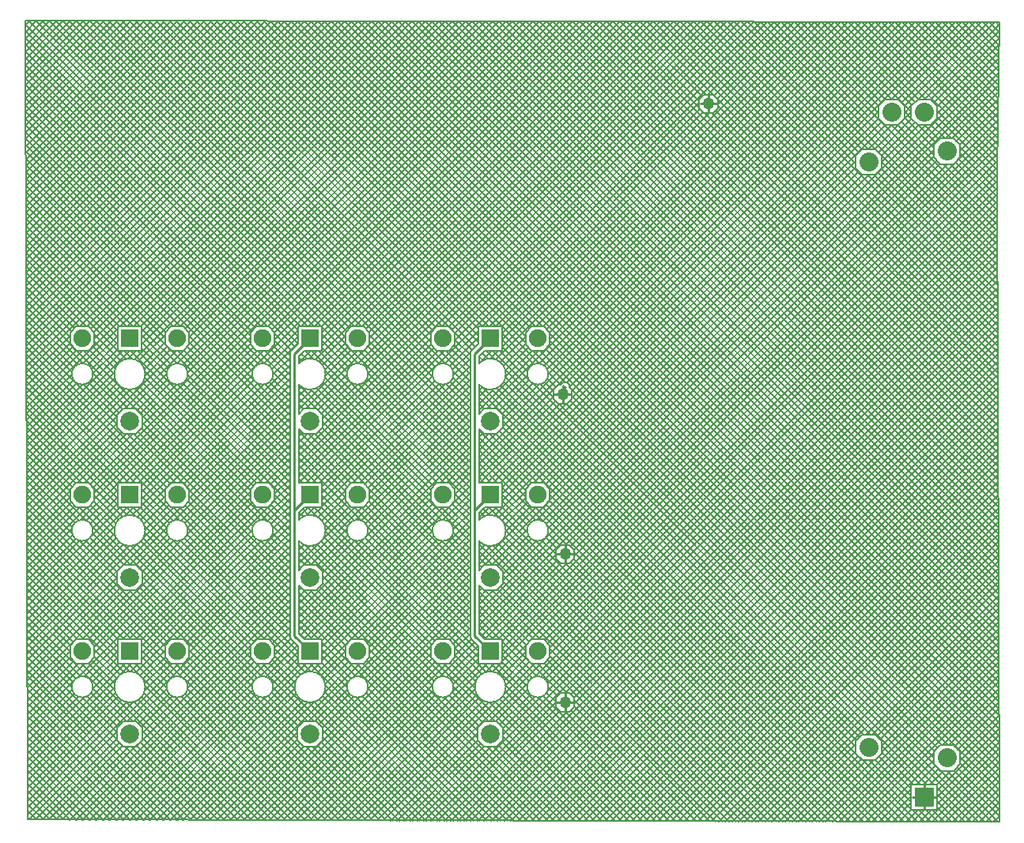
<source format=gbl>
G04*
G04 #@! TF.GenerationSoftware,Altium Limited,Altium Designer,24.6.1 (21)*
G04*
G04 Layer_Physical_Order=2*
G04 Layer_Color=16711680*
%FSLAX44Y44*%
%MOMM*%
G71*
G04*
G04 #@! TF.SameCoordinates,D23E63C9-285A-4218-ADB9-1EE4413D613B*
G04*
G04*
G04 #@! TF.FilePolarity,Positive*
G04*
G01*
G75*
%ADD13C,0.2540*%
%ADD21C,2.0320*%
%ADD22R,2.0320X2.0320*%
%ADD27R,1.9000X1.9000*%
%ADD28C,2.0000*%
%ADD29C,1.9000*%
%ADD30C,1.2700*%
%ADD31C,0.2032*%
D13*
X876300Y868680D02*
X878244Y870624D01*
X782020Y911560D02*
X798830Y928370D01*
X782020Y743920D02*
Y911560D01*
X1032510Y1179830D02*
Y1188720D01*
X1023620Y1179830D02*
X1032510D01*
X1041400D01*
X1032510Y1170940D02*
Y1179830D01*
X876300Y868680D02*
Y877570D01*
Y868680D02*
X885190D01*
X867410D02*
X876300D01*
Y859790D02*
Y868680D01*
X1263269Y436880D02*
Y449580D01*
Y436880D02*
X1275969D01*
X1263269Y424180D02*
Y436880D01*
X1250569D02*
X1263269D01*
X878840Y697230D02*
Y706120D01*
Y697230D02*
X887730D01*
X878840Y688340D02*
Y697230D01*
X869950D02*
X878840D01*
Y538480D02*
Y547370D01*
Y538480D02*
X887730D01*
X878840Y529590D02*
Y538480D01*
X869950D02*
X878840D01*
X878244Y870624D02*
Y875495D01*
X878840Y876091D01*
X782020Y743920D02*
X798830Y760730D01*
X782020Y609900D02*
Y743920D01*
Y609900D02*
X798830Y593090D01*
X588980Y911560D02*
X605790Y928370D01*
X588980Y743920D02*
Y911560D01*
Y609900D02*
Y743920D01*
Y609900D02*
X605790Y593090D01*
X588980Y743920D02*
X605790Y760730D01*
D21*
X1203960Y1117600D02*
D03*
Y490220D02*
D03*
X1287780Y1129030D02*
D03*
Y478790D02*
D03*
X1228471Y1170940D02*
D03*
X1263269D02*
D03*
D22*
Y436880D02*
D03*
D27*
X605790Y760730D02*
D03*
X412750Y593090D02*
D03*
X605790D02*
D03*
X798830D02*
D03*
X412750Y760730D02*
D03*
X798830D02*
D03*
X412750Y928370D02*
D03*
X605790D02*
D03*
X798830D02*
D03*
D28*
X412750Y504190D02*
D03*
X605790D02*
D03*
X798830D02*
D03*
X412750Y671830D02*
D03*
X605790D02*
D03*
X798830D02*
D03*
X412750Y839470D02*
D03*
X605790D02*
D03*
X798830D02*
D03*
D29*
X463550Y593090D02*
D03*
X361950D02*
D03*
X656590D02*
D03*
X554990D02*
D03*
X849630D02*
D03*
X748030D02*
D03*
X463550Y760730D02*
D03*
X361950D02*
D03*
X656590D02*
D03*
X554990D02*
D03*
X849630D02*
D03*
X748030D02*
D03*
X463550Y928370D02*
D03*
X361950D02*
D03*
X656590D02*
D03*
X554990D02*
D03*
X849630D02*
D03*
X748030D02*
D03*
D30*
X876300Y868680D02*
D03*
X878840Y697230D02*
D03*
Y538480D02*
D03*
X1032510Y1179830D02*
D03*
D31*
X815386Y890270D02*
G03*
X786846Y901693I-16556J0D01*
G01*
X860936Y890270D02*
G03*
X860936Y890270I-11306J0D01*
G01*
X786846Y878847D02*
G03*
X815386Y890270I11984J11423D01*
G01*
X759336D02*
G03*
X759336Y890270I-11306J0D01*
G01*
X667896D02*
G03*
X667896Y890270I-11306J0D01*
G01*
X860936Y722630D02*
G03*
X860936Y722630I-11306J0D01*
G01*
X786846Y711207D02*
G03*
X815386Y722630I11984J11423D01*
G01*
D02*
G03*
X786846Y734053I-16556J0D01*
G01*
X759336Y722630D02*
G03*
X759336Y722630I-11306J0D01*
G01*
X667896D02*
G03*
X667896Y722630I-11306J0D01*
G01*
X860936Y554990D02*
G03*
X860936Y554990I-11306J0D01*
G01*
X815386D02*
G03*
X815386Y554990I-16556J0D01*
G01*
X759336D02*
G03*
X759336Y554990I-11306J0D01*
G01*
X667896D02*
G03*
X667896Y554990I-11306J0D01*
G01*
X593806Y878847D02*
G03*
X622346Y890270I11984J11423D01*
G01*
D02*
G03*
X593806Y901693I-16556J0D01*
G01*
X566296Y890270D02*
G03*
X566296Y890270I-11306J0D01*
G01*
X474856D02*
G03*
X474856Y890270I-11306J0D01*
G01*
X429306D02*
G03*
X429306Y890270I-16556J0D01*
G01*
X373256D02*
G03*
X373256Y890270I-11306J0D01*
G01*
X593806Y711207D02*
G03*
X622346Y722630I11984J11423D01*
G01*
D02*
G03*
X593806Y734053I-16556J0D01*
G01*
X566296Y722630D02*
G03*
X566296Y722630I-11306J0D01*
G01*
X622346Y554990D02*
G03*
X622346Y554990I-16556J0D01*
G01*
X566296D02*
G03*
X566296Y554990I-11306J0D01*
G01*
X474856Y722630D02*
G03*
X474856Y722630I-11306J0D01*
G01*
X429306D02*
G03*
X429306Y722630I-16556J0D01*
G01*
X373256D02*
G03*
X373256Y722630I-11306J0D01*
G01*
X474856Y554990D02*
G03*
X474856Y554990I-11306J0D01*
G01*
X429306D02*
G03*
X429306Y554990I-16556J0D01*
G01*
X373256D02*
G03*
X373256Y554990I-11306J0D01*
G01*
X1275667Y1267543D02*
X1342607Y1200602D01*
X1268474Y1267552D02*
X1342496Y1193529D01*
X1261281Y1267560D02*
X1342384Y1186457D01*
X1254088Y1267569D02*
X1342273Y1179384D01*
X1182158Y1267657D02*
X1265159Y1184656D01*
X1174965Y1267665D02*
X1257974Y1184656D01*
X1246895Y1267578D02*
X1342162Y1172311D01*
X1167772Y1267674D02*
X1253601Y1181846D01*
X1318824Y1267490D02*
X1343275Y1243039D01*
X1311631Y1267499D02*
X1343164Y1235966D01*
X1304438Y1267508D02*
X1343053Y1228894D01*
X1297245Y1267516D02*
X1342941Y1221821D01*
X1290052Y1267525D02*
X1342830Y1214748D01*
X1282859Y1267534D02*
X1342719Y1207675D01*
X1234946Y1184656D02*
X1317781Y1267492D01*
X1227761Y1184656D02*
X1310606Y1267500D01*
X1031683Y1189736D02*
X1109692Y1267745D01*
X959176Y1267928D02*
X1037368Y1189736D01*
X1041757Y1185442D02*
X1124043Y1267728D01*
X1038165Y1189034D02*
X1116868Y1267736D01*
X951983Y1267937D02*
X1030184Y1189736D01*
X944790Y1267946D02*
X1025278Y1187457D01*
X930404Y1267963D02*
X1022604Y1175763D01*
X937597Y1267955D02*
X1022604Y1182947D01*
X1146193Y1267701D02*
X1229238Y1184656D01*
X1139000Y1267709D02*
X1222053Y1184656D01*
X1160579Y1267683D02*
X1250008Y1178253D01*
X1153386Y1267692D02*
X1249553Y1171525D01*
X1131807Y1267718D02*
X1218241Y1181284D01*
X1042416Y1178916D02*
X1131219Y1267719D01*
X1124614Y1267727D02*
X1214755Y1177586D01*
X1009527Y1267867D02*
X1341742Y935651D01*
X1016720Y1267858D02*
X1341716Y942862D01*
X995141Y1267885D02*
X1341795Y921230D01*
X1002334Y1267876D02*
X1341769Y928441D01*
X980755Y1267902D02*
X1341848Y906809D01*
X987948Y1267893D02*
X1341821Y914020D01*
X966369Y1267920D02*
X1341900Y892388D01*
X973562Y1267911D02*
X1341874Y899598D01*
X1239702Y1267587D02*
X1342050Y1165238D01*
X1232509Y1267595D02*
X1341939Y1158165D01*
X1225316Y1267604D02*
X1341827Y1151092D01*
X1218123Y1267613D02*
X1341716Y1144020D01*
X1031105Y1267841D02*
X1341663Y957283D01*
X1210930Y1267622D02*
X1341605Y1136947D01*
X1023913Y1267850D02*
X1341690Y950072D01*
X1074263Y1267788D02*
X1210735Y1131316D01*
X1067070Y1267797D02*
X1203551Y1131316D01*
X1081456Y1267779D02*
X1341479Y1007756D01*
X1088649Y1267771D02*
X1341453Y1014967D01*
X1059877Y1267806D02*
X1196734Y1130948D01*
X1052684Y1267814D02*
X1193142Y1127356D01*
X1038298Y1267832D02*
X1190244Y1115886D01*
X1045491Y1267823D02*
X1190244Y1123071D01*
X1203737Y1267630D02*
X1341493Y1129874D01*
X1117421Y1267736D02*
X1214755Y1170402D01*
X1196544Y1267639D02*
X1341382Y1122801D01*
X1189351Y1267648D02*
X1341270Y1115728D01*
X1103035Y1267753D02*
X1341400Y1029388D01*
X1110228Y1267744D02*
X1341374Y1036599D01*
X1095842Y1267762D02*
X1341427Y1022178D01*
X855216Y941426D02*
X1181447Y1267658D01*
X848031Y941426D02*
X1174272Y1267666D01*
X859279Y938305D02*
X1188623Y1267649D01*
X811886Y919649D02*
X1159921Y1267684D01*
X811886Y926833D02*
X1152745Y1267692D01*
X811886Y934017D02*
X1145570Y1267701D01*
X805039Y905618D02*
X1167096Y1267675D01*
X811886Y926833D02*
X1152745Y1267692D01*
X862686Y927344D02*
X1202973Y1267631D01*
X862686Y934528D02*
X1195798Y1267640D01*
X880917Y880917D02*
X1267553Y1267553D01*
X860919Y889656D02*
X1238851Y1267588D01*
X856296Y899402D02*
X1224500Y1267605D01*
X851180Y901469D02*
X1217325Y1267614D01*
X859628Y895549D02*
X1231675Y1267596D01*
X669364Y935180D02*
X1002060Y1267876D01*
X665772Y938772D02*
X994885Y1267885D01*
X666250Y896145D02*
X1037938Y1267832D01*
X669646Y928278D02*
X1009236Y1267867D01*
X661242Y941426D02*
X987709Y1267894D01*
X654058Y941426D02*
X980534Y1267902D01*
X662702Y899781D02*
X1030762Y1267841D01*
X657291Y901554D02*
X1023587Y1267850D01*
X811886Y941202D02*
X1138394Y1267710D01*
X758189Y937795D02*
X1088166Y1267771D01*
X761086Y926323D02*
X1102517Y1267754D01*
X761086Y933507D02*
X1095341Y1267763D01*
X754597Y941387D02*
X1080991Y1267780D01*
X747452Y941426D02*
X1073815Y1267789D01*
X667891Y890602D02*
X1045113Y1267824D01*
X822509Y1268095D02*
X1342427Y748177D01*
X829702Y1268086D02*
X1342400Y755388D01*
X808123Y1268112D02*
X1342479Y733756D01*
X815316Y1268103D02*
X1342453Y740967D01*
X793737Y1268130D02*
X1342532Y719335D01*
X800930Y1268121D02*
X1342505Y726546D01*
X779351Y1268147D02*
X1342584Y704914D01*
X786544Y1268139D02*
X1342558Y712125D01*
X872860Y1268034D02*
X1342242Y798651D01*
X880053Y1268025D02*
X1342216Y805862D01*
X858474Y1268051D02*
X1342295Y784230D01*
X865667Y1268042D02*
X1342269Y791441D01*
X844088Y1268068D02*
X1342348Y769809D01*
X851281Y1268060D02*
X1342321Y777020D01*
X836895Y1268077D02*
X1342374Y762598D01*
X916018Y1267981D02*
X1342084Y841914D01*
X923211Y1267972D02*
X1342058Y849125D01*
X901632Y1267998D02*
X1342137Y827493D01*
X908825Y1267990D02*
X1342111Y834704D01*
X812386Y833939D02*
X1246026Y1267579D01*
X795552Y853026D02*
X1210149Y1267623D01*
X887246Y1268016D02*
X1342190Y813072D01*
X894439Y1268007D02*
X1342163Y820283D01*
X883666Y876482D02*
X1274728Y1267544D01*
X871402Y878586D02*
X1260377Y1267561D01*
X886206Y864653D02*
X1289079Y1267526D01*
X886206Y871837D02*
X1281904Y1267535D01*
X802523Y773786D02*
X1296255Y1267518D01*
X786846Y801214D02*
X1253202Y1267570D01*
X809707Y773786D02*
X1303430Y1267509D01*
X1340403Y1267464D02*
X1343610Y1264258D01*
X1333210Y1267473D02*
X1343498Y1257185D01*
X1270497Y1184286D02*
X1343500Y1257289D01*
X1326017Y1267482D02*
X1343387Y1250112D01*
X1263682Y1184656D02*
X1343615Y1264588D01*
X1256498Y1184656D02*
X1339308Y1267465D01*
X1242187Y1177529D02*
X1332132Y1267474D01*
X1238729Y1181256D02*
X1324957Y1267483D01*
X1276985Y1169222D02*
X1343155Y1235392D01*
X1276985Y1164082D02*
Y1177798D01*
X1286430Y1142746D02*
X1342580Y1198896D01*
X1293615Y1142746D02*
X1342465Y1191597D01*
X1274089Y1180694D02*
X1343385Y1249990D01*
X1276985Y1176406D02*
X1343270Y1242691D01*
X1274175Y1161272D02*
X1292700Y1142746D01*
X1270127Y1157224D02*
X1276985Y1164082D01*
X1270127Y1184656D02*
X1276985Y1177798D01*
X1256411Y1184656D02*
X1270127D01*
X1249553Y1177711D02*
X1256498Y1184656D01*
X1249553Y1164082D02*
Y1177798D01*
X1235329Y1184656D02*
X1242187Y1177798D01*
X1221613Y1184656D02*
X1235329D01*
X1249553Y1177798D02*
X1256411Y1184656D01*
X1242187Y1164082D02*
Y1177798D01*
X1249553Y1164341D02*
X1256669Y1157224D01*
X1242187Y1171706D02*
X1249553Y1164341D01*
X1256411Y1157224D02*
X1270127D01*
X1249553Y1164082D02*
X1256411Y1157224D01*
X1242187Y1170345D02*
X1249553Y1177711D01*
X1221613Y1157224D02*
X1235329D01*
X1242187Y1164082D01*
X1297718Y1139666D02*
X1342350Y1184298D01*
X1301310Y1136074D02*
X1342235Y1176998D01*
X1341120Y1106170D02*
X1343660Y1267460D01*
X1301496Y1129075D02*
X1342121Y1169699D01*
X1276985Y1172830D02*
X1341159Y1108655D01*
X1276985Y1165645D02*
X1341137Y1101493D01*
X1227933Y1157224D02*
X1341348Y1043809D01*
X1235117Y1157224D02*
X1341321Y1051020D01*
X1301496Y1126766D02*
X1341190Y1087072D01*
X1301496Y1133950D02*
X1341163Y1094283D01*
X1296609Y1117285D02*
X1341242Y1072651D01*
X1300201Y1120877D02*
X1341216Y1079862D01*
X1284211Y1115314D02*
X1341295Y1058230D01*
X1291395Y1115314D02*
X1341269Y1065441D01*
X1217676Y1117191D02*
X1341532Y993335D01*
X1270583Y1157680D02*
X1285516Y1142746D01*
X1263854Y1157224D02*
X1279627Y1141451D01*
X1274064Y1135888D02*
X1280922Y1142746D01*
X1256669Y1157224D02*
X1276035Y1137859D01*
X1238815Y1160710D02*
X1274064Y1125461D01*
X1242187Y1164522D02*
X1274064Y1132645D01*
X1217676Y1117097D02*
X1257803Y1157224D01*
X1217676Y1124281D02*
X1253515Y1160120D01*
X1301496Y1122172D02*
Y1135888D01*
X1294638Y1142746D02*
X1301496Y1135888D01*
X1294638Y1115314D02*
X1301496Y1122172D01*
X1280922Y1115314D02*
X1294638D01*
X1280922Y1142746D02*
X1294638D01*
X1274064Y1122172D02*
Y1135888D01*
Y1122172D02*
X1280922Y1115314D01*
X1214755Y1177798D02*
X1221613Y1184656D01*
X1214755Y1164082D02*
Y1177798D01*
X1214172Y1127962D02*
X1249923Y1163712D01*
X1214755Y1164082D02*
X1221613Y1157224D01*
X1203158Y1131316D02*
X1229066Y1157224D01*
X1197102Y1131316D02*
X1210818D01*
X1210342D02*
X1249553Y1170527D01*
X1210818Y1131316D02*
X1217676Y1124458D01*
X1210818Y1103884D02*
X1217676Y1110742D01*
Y1124458D01*
X1217309Y1110375D02*
X1341558Y986125D01*
X1217676Y1124375D02*
X1341505Y1000546D01*
X1210735Y1131316D02*
X1217676Y1124375D01*
X1190244Y1110742D02*
X1197102Y1103884D01*
X1210818D01*
X1037368Y1189736D02*
X1042416Y1184688D01*
X1037463Y1189736D02*
X1042416Y1184783D01*
Y1174877D02*
Y1184783D01*
X1027557Y1189736D02*
X1037463D01*
X1022604Y1184783D02*
X1027557Y1189736D01*
X1022604Y1174877D02*
Y1184783D01*
X1037463Y1169924D02*
X1042416Y1174877D01*
X1190244Y1124458D02*
X1197102Y1131316D01*
X1190244Y1110742D02*
Y1124458D01*
X1022604Y1174877D02*
X1027557Y1169924D01*
X1037463D01*
X1042416Y1177504D02*
X1341953Y877967D01*
X1042416Y1184688D02*
X1341927Y885178D01*
X1035627Y1169924D02*
X1342005Y863546D01*
X1040137Y1172598D02*
X1341979Y870756D01*
X848857Y733910D02*
X1343040Y1228092D01*
X854811Y732679D02*
X1342925Y1220793D01*
X858698Y729382D02*
X1342810Y1213494D01*
X860810Y724310D02*
X1342695Y1206195D01*
X1209431Y1103884D02*
X1341611Y971704D01*
X1213716Y1106782D02*
X1341584Y978914D01*
X1028443Y1169924D02*
X1342032Y856335D01*
X1202246Y1103884D02*
X1341637Y964493D01*
X879557Y707136D02*
X1287735Y1115314D01*
X862686Y754923D02*
X1264987Y1157224D01*
X885267Y705662D02*
X1342005Y1162400D01*
X811886Y768781D02*
X1214755Y1171650D01*
X804926Y941426D02*
X1033424Y1169924D01*
X811886Y754412D02*
X1218155Y1160682D01*
X811886Y761596D02*
X1214755Y1164465D01*
X797742Y941426D02*
X1026898Y1170583D01*
X790558Y941426D02*
X1023306Y1174175D01*
X803245Y738587D02*
X1221882Y1157224D01*
X741308Y899361D02*
X1022604Y1180657D01*
X886206Y863727D02*
Y873633D01*
X883666Y876173D02*
X886206Y873633D01*
X862686Y762107D02*
X1204463Y1103884D01*
X861669Y768275D02*
X1197279Y1103884D01*
X852812Y773786D02*
X1190244Y1111218D01*
X845628Y773786D02*
X1190244Y1118402D01*
X858077Y771867D02*
X1193598Y1107388D01*
X856158Y941426D02*
X862686Y934898D01*
X843102Y941426D02*
X856158D01*
X862686Y921842D02*
Y934898D01*
X836574Y921842D02*
Y934898D01*
X843102Y941426D01*
X809519Y902913D02*
X836574Y929969D01*
X811886Y941061D02*
X851532Y901415D01*
X811886Y933877D02*
X845124Y900639D01*
X843102Y915314D02*
X856158D01*
X836574Y921842D02*
X843102Y915314D01*
X856158D02*
X862686Y921842D01*
X815034Y886877D02*
X843472Y915314D01*
X811886Y926693D02*
X841002Y897577D01*
X812856Y899066D02*
X836574Y922784D01*
X814963Y893989D02*
X839695Y918721D01*
X811886Y919508D02*
X838608Y892787D01*
X811886Y915314D02*
Y941426D01*
X786846Y908978D02*
X793183Y915314D01*
X786846Y901793D02*
X800367Y915314D01*
X786846Y901793D02*
X800367Y915314D01*
X785774Y941426D02*
X811886D01*
X785774Y922553D02*
Y941426D01*
X786846Y909147D02*
X793013Y915314D01*
X779607Y916386D02*
X785774Y922553D01*
X793013Y915314D02*
X811886D01*
X799061Y906824D02*
X807551Y915314D01*
X794528D02*
X803770Y906072D01*
X790178Y912479D02*
X796064Y906593D01*
X786846Y908627D02*
X790752Y904722D01*
X786846Y901693D02*
Y909147D01*
X876427Y880917D02*
X881253D01*
X875831Y880321D02*
X876427Y880917D01*
X881253D02*
X883666Y878504D01*
X874096Y878586D02*
X875831Y880321D01*
X844816Y915314D02*
X879213Y880917D01*
X860775Y892172D02*
X874229Y878718D01*
X874096Y878586D02*
X875831Y880321D01*
X859999Y885764D02*
X869262Y876501D01*
X883666Y876173D02*
Y878504D01*
X871347Y878586D02*
X874096D01*
X866394Y863727D02*
Y873633D01*
Y873578D02*
X871402Y878586D01*
X866394Y873633D02*
X871347Y878586D01*
X786846Y794030D02*
X866394Y873578D01*
X808896Y915314D02*
X840246Y883965D01*
X856936Y881642D02*
X866394Y872185D01*
X807764Y850870D02*
X840498Y883604D01*
X802737Y853026D02*
X838431Y888720D01*
X786846Y851504D02*
X850656Y915314D01*
X777194Y746333D02*
Y909147D01*
X852147Y879248D02*
X866394Y865000D01*
X786846Y858688D02*
X802224Y874065D01*
X812386Y841123D02*
X850244Y878981D01*
X811357Y847278D02*
X844351Y880272D01*
X786846Y865872D02*
X795111Y874137D01*
X786846Y873056D02*
X790034Y876244D01*
X786846Y847820D02*
Y878847D01*
X761086Y934387D02*
X779347Y916126D01*
X761086Y921842D02*
Y934898D01*
X755270Y898954D02*
X785774Y929458D01*
X761086Y927203D02*
X777194Y911095D01*
X754047Y941426D02*
X761086Y934387D01*
X754558Y941426D02*
X761086Y934898D01*
X750446Y901315D02*
X785774Y936642D01*
X754558Y915314D02*
X761086Y921842D01*
X777194Y913973D02*
X779607Y916386D01*
X777194Y913973D02*
X779607Y916386D01*
X777194Y909147D02*
Y913973D01*
Y909147D02*
Y913973D01*
X756582Y917338D02*
X777194Y896727D01*
X760174Y920930D02*
X777194Y903911D01*
X758362Y894862D02*
X777194Y913694D01*
X741502Y941426D02*
X754558D01*
X734974Y934898D02*
X741502Y941426D01*
X734974Y921842D02*
Y934898D01*
X669646Y921842D02*
Y934898D01*
X650062Y941426D02*
X663118D01*
X643534Y934898D02*
X650062Y941426D01*
X663118D02*
X669646Y934898D01*
X643534Y921842D02*
Y934898D01*
X663118Y915314D02*
X669646Y921842D01*
X650062Y915314D02*
X663118D01*
X741502D02*
X754558D01*
X734974Y921842D02*
X741502Y915314D01*
X643534Y922624D02*
X650844Y915314D01*
X643534Y921842D02*
X650062Y915314D01*
X619446Y899630D02*
X643534Y923718D01*
X669646Y925248D02*
X777194Y817700D01*
X669646Y932433D02*
X777194Y824885D01*
X664165Y916361D02*
X777194Y803332D01*
X667757Y919953D02*
X777194Y810516D01*
X650844Y915314D02*
X777194Y788963D01*
X658028Y915314D02*
X777194Y796148D01*
X658839Y773786D02*
X777194Y892141D01*
X651655Y773786D02*
X777194Y899325D01*
X666660Y885129D02*
X777194Y774595D01*
X667865Y891108D02*
X777194Y781779D01*
X668163Y768741D02*
X777194Y877773D01*
X664570Y772334D02*
X777194Y884957D01*
X663377Y881228D02*
X777194Y767411D01*
X658839Y773786D02*
X777194Y892141D01*
X658323Y879098D02*
X777194Y760227D01*
X759199Y888515D02*
X777194Y906510D01*
X751423Y915314D02*
X777194Y889542D01*
X744238Y915314D02*
X777194Y882358D01*
X622191Y888006D02*
X649780Y915596D01*
X621733Y894733D02*
X646188Y919188D01*
X621936Y893932D02*
X742082Y773786D01*
X758688Y886496D02*
X777194Y867990D01*
X758863Y893505D02*
X777194Y875174D01*
X751352Y879463D02*
X777194Y853622D01*
X755873Y882127D02*
X777194Y860806D01*
X743877Y879754D02*
X777194Y846437D01*
X621961Y886722D02*
X738200Y770484D01*
X619896Y881603D02*
X734974Y766526D01*
X881253Y858774D02*
X886206Y863727D01*
X866394D02*
X871347Y858774D01*
X786846Y786846D02*
X866394Y866394D01*
X788155Y773786D02*
X873142Y858774D01*
X786846Y779662D02*
X868653Y861468D01*
X871347Y858774D02*
X881253D01*
X856158Y773786D02*
X862686Y767258D01*
X855437Y747674D02*
X862686Y754923D01*
Y754202D02*
Y767258D01*
X795339Y773786D02*
X880327Y858774D01*
X797717Y825914D02*
X849845Y773786D01*
X843102D02*
X856158D01*
X805608Y853026D02*
X812386Y846248D01*
X792052Y853026D02*
X805608D01*
Y825914D02*
X812386Y832692D01*
Y846248D01*
X786846Y865522D02*
X799342Y853026D01*
X786846Y858338D02*
X792158Y853026D01*
X786846Y847820D02*
X792052Y853026D01*
X786846Y851154D02*
X788513Y849487D01*
X792052Y825914D02*
X805608D01*
X786846Y786496D02*
X799556Y773786D01*
X836574Y767258D02*
X843102Y773786D01*
X836574Y754202D02*
Y767258D01*
X786846Y831120D02*
X792052Y825914D01*
X786846Y773786D02*
Y831120D01*
Y829601D02*
X842881Y773566D01*
X856158Y747674D02*
X862686Y754202D01*
X836574D02*
X843102Y747674D01*
X815373Y721978D02*
X842085Y748691D01*
X814418Y728208D02*
X838493Y752283D01*
X811886Y768640D02*
X846920Y733606D01*
X811886Y761456D02*
X842195Y731147D01*
X811886Y754271D02*
X839189Y726968D01*
X811299Y747674D02*
X838539Y720434D01*
X873887Y707136D02*
X883793D01*
X859413Y728297D02*
X880574Y707136D01*
X868934Y702183D02*
X873887Y707136D01*
X860606Y719920D02*
X873639Y706888D01*
X843102Y747674D02*
X856158D01*
X858147Y715195D02*
X870046Y703295D01*
X808153Y736311D02*
X836574Y764732D01*
X811886Y747674D02*
Y773786D01*
X811864Y732838D02*
X836574Y757548D01*
X796931Y747674D02*
X808634Y735971D01*
X793013Y747674D02*
X811886D01*
X786846Y741507D02*
X793013Y747674D01*
X796494Y739020D02*
X805148Y747674D01*
X786846Y736556D02*
X797964Y747674D01*
X791380Y746041D02*
X798245Y739176D01*
X787788Y742449D02*
X792365Y737871D01*
X786846Y707820D02*
X788622Y709595D01*
X786846Y736206D02*
X787946Y735106D01*
X786846Y734053D02*
Y741507D01*
Y808399D02*
X804361Y825914D01*
X786846Y815583D02*
X797177Y825914D01*
X786846Y822417D02*
X839289Y769973D01*
X786846Y815233D02*
X836574Y765505D01*
X786846Y822767D02*
X791022Y826944D01*
X786846Y829951D02*
X787430Y830536D01*
X669646Y755856D02*
X777194Y863404D01*
X669646Y763041D02*
X777194Y870589D01*
X786846Y793680D02*
X806740Y773786D01*
X786846Y779312D02*
X792372Y773786D01*
X786846Y808048D02*
X836574Y758320D01*
X786846Y773786D02*
X811886D01*
X760580Y767764D02*
X777194Y784378D01*
X756988Y771356D02*
X777194Y791562D01*
X761086Y761086D02*
X777194Y777194D01*
X752234Y773786D02*
X777194Y798746D01*
X745049Y773786D02*
X777194Y805931D01*
X734974Y767258D02*
X741502Y773786D01*
X663118D02*
X669646Y767258D01*
X650062Y773786D02*
X663118D01*
X619346Y832692D02*
Y846248D01*
X663056Y773786D02*
X669646Y767196D01*
X643534Y767258D02*
X650062Y773786D01*
X754558D02*
X761086Y767258D01*
X741502Y773786D02*
X754558D01*
X761086Y754202D02*
Y767258D01*
X741502Y747674D02*
X754558D01*
X669646Y754202D02*
Y767258D01*
X643534Y754202D02*
Y767258D01*
X734974Y754202D02*
Y767258D01*
X786846Y800864D02*
X855297Y732413D01*
X748301Y733933D02*
X777194Y762825D01*
X667624Y725097D02*
X777194Y834668D01*
X753866Y732313D02*
X777194Y755641D01*
X661139Y732981D02*
X777194Y849036D01*
X654761Y733787D02*
X777194Y856220D01*
X665841Y716130D02*
X777194Y827483D01*
X665246Y729903D02*
X777194Y841852D01*
X757784Y750900D02*
X777194Y731490D01*
X761086Y754782D02*
X777194Y738674D01*
X759181Y720766D02*
X777194Y702753D01*
X759311Y723389D02*
X777194Y741273D01*
X753826Y747674D02*
X777194Y724306D01*
X757517Y728780D02*
X777194Y748457D01*
X746641Y747674D02*
X777194Y717121D01*
X734974Y754202D02*
X741502Y747674D01*
X663118D02*
X669646Y754202D01*
X761086Y761966D02*
X777194Y745858D01*
X754558Y747674D02*
X761086Y754202D01*
X643534D02*
X650062Y747674D01*
X621120Y728883D02*
X644986Y752749D01*
X619346Y846233D02*
X737909Y727669D01*
X619346Y839048D02*
X736769Y721626D01*
X777194Y741507D02*
Y746333D01*
Y741507D02*
Y746333D01*
Y741507D02*
Y746333D01*
X650062Y747674D02*
X663118D01*
X622343Y722922D02*
X648579Y749157D01*
X888746Y701956D02*
X1341891Y1155101D01*
X888746Y694772D02*
X1341776Y1147802D01*
X888746Y536720D02*
X1341546Y989519D01*
X888511Y543668D02*
X1341520Y996677D01*
X860366Y551444D02*
X1341389Y1032468D01*
X860342Y558605D02*
X1341363Y1039626D01*
X884919Y547260D02*
X1341494Y1003835D01*
X878860Y548386D02*
X1341467Y1010993D01*
X871154Y411364D02*
X1341938Y882148D01*
X863987Y411381D02*
X1341911Y889306D01*
X885487Y411329D02*
X1341990Y867832D01*
X878320Y411346D02*
X1341964Y874990D01*
X862686Y926181D02*
X1343532Y445335D01*
X862686Y933365D02*
X1343506Y452546D01*
X856820Y411399D02*
X1341885Y896464D01*
X849653Y411416D02*
X1341859Y903622D01*
X860468Y601836D02*
X1341206Y1082574D01*
X856876Y605428D02*
X1341180Y1089733D01*
X862686Y589686D02*
X1341258Y1068258D01*
X862686Y596870D02*
X1341232Y1075416D01*
X850409Y606146D02*
X1341154Y1096890D01*
X843225Y606146D02*
X1341128Y1104049D01*
X853114Y565746D02*
X1341311Y1053942D01*
X845819Y565634D02*
X1341284Y1061100D01*
X861263Y920419D02*
X1289177Y492506D01*
X857671Y916827D02*
X1281993Y492506D01*
X883666Y876464D02*
X1274273Y485857D01*
X886206Y866741D02*
X1274064Y478883D01*
X857581Y563028D02*
X1341337Y1046784D01*
X852000Y915314D02*
X1277865Y489449D01*
X843325Y880885D02*
X1273614Y450596D01*
X978654Y411101D02*
X1342330Y774777D01*
X971488Y411119D02*
X1342303Y781935D01*
X1341120Y1106170D02*
X1343660Y410210D01*
X985821Y411084D02*
X1342356Y767618D01*
X949987Y411171D02*
X1342225Y803409D01*
X942821Y411189D02*
X1342199Y810567D01*
X964321Y411136D02*
X1342277Y789093D01*
X957154Y411154D02*
X1342251Y796251D01*
X1021655Y410996D02*
X1342486Y731828D01*
X1014488Y411014D02*
X1342460Y738986D01*
X1035988Y410961D02*
X1342538Y717512D01*
X1028821Y410979D02*
X1342512Y724670D01*
X1000154Y411049D02*
X1342408Y753302D01*
X992988Y411066D02*
X1342382Y760460D01*
X1007321Y411031D02*
X1342434Y746144D01*
X906987Y411276D02*
X1342068Y846357D01*
X899820Y411294D02*
X1342042Y853516D01*
X921320Y411241D02*
X1342121Y832041D01*
X914154Y411259D02*
X1342094Y839199D01*
X892654Y411311D02*
X1342016Y860674D01*
X872620Y858774D02*
X1321129Y410265D01*
X884121Y861642D02*
X1335533Y410230D01*
X879805Y858774D02*
X1328331Y410247D01*
X935654Y411206D02*
X1342173Y817725D01*
X928487Y411224D02*
X1342147Y824883D01*
X862686Y760945D02*
X1213102Y410529D01*
X862466Y753981D02*
X1205901Y410546D01*
X854405Y747674D02*
X1191497Y410582D01*
X847220Y747674D02*
X1184295Y410599D01*
X858873Y750389D02*
X1198699Y410564D01*
X671457Y1268279D02*
X1342979Y596756D01*
X678650Y1268270D02*
X1342953Y603967D01*
X657071Y1268296D02*
X1343032Y582335D01*
X664264Y1268288D02*
X1343006Y589546D01*
X642685Y1268314D02*
X1343084Y567914D01*
X649878Y1268305D02*
X1343058Y575125D01*
X628299Y1268331D02*
X1343137Y553493D01*
X635492Y1268323D02*
X1343111Y560704D01*
X721808Y1268217D02*
X1342795Y647230D01*
X729000Y1268209D02*
X1342769Y654441D01*
X707422Y1268235D02*
X1342848Y632809D01*
X714615Y1268226D02*
X1342821Y640020D01*
X693036Y1268252D02*
X1342900Y618388D01*
X700229Y1268244D02*
X1342874Y625598D01*
X685843Y1268261D02*
X1342926Y611177D01*
X764965Y1268165D02*
X1342637Y690493D01*
X772158Y1268156D02*
X1342611Y697704D01*
X807304Y606146D02*
X1341661Y1140503D01*
X811886Y603544D02*
X1341546Y1133204D01*
X750580Y1268182D02*
X1342690Y676072D01*
X757772Y1268174D02*
X1342663Y683283D01*
X736193Y1268200D02*
X1342742Y661651D01*
X743387Y1268191D02*
X1342716Y668862D01*
X811886Y596359D02*
X1341431Y1125904D01*
X812386Y668702D02*
X1274064Y1130380D01*
X811886Y589175D02*
X1341316Y1118605D01*
X811886Y581991D02*
X1341201Y1111306D01*
X786846Y628793D02*
X1277144Y1119092D01*
X786846Y635977D02*
X1274064Y1123195D01*
X786846Y621609D02*
X1280737Y1115499D01*
X785153Y411574D02*
X1341624Y968045D01*
X777986Y411591D02*
X1341598Y975203D01*
X799486Y411539D02*
X1341676Y953729D01*
X792320Y411556D02*
X1341650Y960887D01*
X621106Y1268340D02*
X1343163Y546283D01*
X727819Y411714D02*
X1341415Y1025310D01*
X770820Y411609D02*
X1341572Y982361D01*
X734986Y411696D02*
X1341441Y1018152D01*
X828153Y411469D02*
X1341781Y925096D01*
X820987Y411486D02*
X1341755Y932254D01*
X842487Y411434D02*
X1341833Y910780D01*
X835320Y411451D02*
X1341807Y917938D01*
X806653Y411521D02*
X1341703Y946571D01*
X801712Y915314D02*
X1266430Y450596D01*
X813820Y411504D02*
X1341729Y939413D01*
X814632Y895210D02*
X1205906Y503936D01*
X815153Y887504D02*
X1198722Y503936D01*
X813281Y882192D02*
X1194320Y501154D01*
X810124Y878165D02*
X1190728Y497562D01*
X800154Y873767D02*
X1190244Y483677D01*
X805836Y875269D02*
X1190244Y490861D01*
X791115Y875621D02*
X1256313Y410423D01*
X786846Y872706D02*
X1249111Y410441D01*
X812171Y732434D02*
X1133883Y410722D01*
X815376Y722045D02*
X1126681Y410740D01*
X812386Y839982D02*
X1241910Y410458D01*
X812386Y832798D02*
X1234708Y410476D01*
X804902Y825914D02*
X1220304Y410511D01*
X804115Y747674D02*
X1141084Y410705D01*
X808847Y829153D02*
X1227506Y410494D01*
X1299480Y487664D02*
X1343218Y531402D01*
X1295888Y491256D02*
X1343192Y538560D01*
X1301496Y475312D02*
X1343270Y517085D01*
X1301496Y482496D02*
X1343244Y524244D01*
X1289954Y492506D02*
X1343165Y545718D01*
X1282769Y492506D02*
X1343139Y552876D01*
X1276985Y436432D02*
X1343322Y502769D01*
X1276985Y443616D02*
X1343296Y509927D01*
X1301496Y480187D02*
X1343558Y438125D01*
X1301496Y471932D02*
Y485648D01*
X1298439Y468875D02*
X1343611Y423704D01*
X1301496Y473003D02*
X1343584Y430914D01*
X1294638Y465074D02*
X1301496Y471932D01*
X1294638Y492506D02*
X1301496Y485648D01*
X1276985Y429248D02*
X1343348Y495611D01*
X1280922Y492506D02*
X1294638D01*
X1274064Y471932D02*
Y485648D01*
X1276780Y450596D02*
X1291259Y465074D01*
X1274064Y471932D02*
X1280922Y465074D01*
X1274064Y485648D02*
X1280922Y492506D01*
X1255228Y450596D02*
X1275314Y470682D01*
X1269596Y450596D02*
X1284074Y465074D01*
X1262412Y450596D02*
X1278906Y467090D01*
X1280922Y465074D02*
X1294638D01*
X1249553Y450596D02*
X1276985D01*
X1249553Y424368D02*
X1250757Y423164D01*
X1294847Y465283D02*
X1343637Y416493D01*
X1293990Y410331D02*
X1343479Y459821D01*
X1301156Y410314D02*
X1343505Y452663D01*
X1287873Y465074D02*
X1342735Y410212D01*
X1272489Y410384D02*
X1343401Y481295D01*
X1265323Y410401D02*
X1343374Y488453D01*
X1286823Y410349D02*
X1343453Y466979D01*
X1279656Y410366D02*
X1343427Y474137D01*
X1322656Y410261D02*
X1343583Y431188D01*
X1315490Y410279D02*
X1343557Y438346D01*
X1336990Y410226D02*
X1343636Y416872D01*
X1329823Y410244D02*
X1343610Y424030D01*
X1308323Y410296D02*
X1343531Y445505D01*
X1276985Y440041D02*
X1306726Y410300D01*
X1276985Y447225D02*
X1313928Y410283D01*
X1276985Y423164D02*
Y450596D01*
X1249553Y423164D02*
Y450596D01*
X1276985Y432857D02*
X1299524Y410318D01*
X1276985Y425673D02*
X1292322Y410335D01*
X1229489Y410489D02*
X1249553Y430553D01*
X1222322Y410506D02*
X1249553Y437737D01*
X1243822Y410454D02*
X1256533Y423164D01*
X1236656Y410471D02*
X1249553Y423368D01*
X1258156Y410419D02*
X1270901Y423164D01*
X1257941D02*
X1270717Y410388D01*
X1272309Y423164D02*
X1285120Y410353D01*
X1265125Y423164D02*
X1277919Y410370D01*
X1249553Y423164D02*
X1276985D01*
X1250989Y410436D02*
X1263717Y423164D01*
X1250757D02*
X1263515Y410406D01*
X1207989Y503936D02*
X1342826Y638773D01*
X1200805Y503936D02*
X1342800Y645931D01*
X1078988Y410856D02*
X1342695Y674563D01*
X1071822Y410874D02*
X1342669Y681721D01*
X1050321Y410926D02*
X1342591Y703196D01*
X1043155Y410944D02*
X1342565Y710354D01*
X1064655Y410891D02*
X1342643Y688879D01*
X1057488Y410909D02*
X1342617Y696038D01*
X1217676Y484886D02*
X1342930Y610141D01*
X1217676Y492071D02*
X1342904Y617299D01*
X1217676Y492166D02*
X1259246Y450596D01*
X1217676Y484982D02*
X1252062Y450596D01*
X1216588Y498166D02*
X1342878Y624457D01*
X1212996Y501758D02*
X1342852Y631615D01*
X1197417Y476504D02*
X1249553Y424368D01*
X1210818Y503936D02*
X1217676Y497078D01*
X1197102Y503936D02*
X1210818D01*
X1217676Y483362D02*
Y497078D01*
X1190244Y483362D02*
Y497078D01*
X1197102Y503936D01*
X810048Y662714D02*
X1061865Y410898D01*
X812386Y674745D02*
X1076268Y410863D01*
X812386Y667561D02*
X1069066Y410881D01*
X1214894Y480580D02*
X1249553Y445920D01*
X1210818Y476504D02*
X1217676Y483362D01*
X1204601Y476504D02*
X1249553Y431552D01*
X1211302Y476988D02*
X1249553Y438736D01*
X1190244Y483677D02*
X1197417Y476504D01*
X1190244Y483362D02*
X1197102Y476504D01*
X1210818D01*
X1164989Y410646D02*
X1343009Y588666D01*
X1157822Y410664D02*
X1342983Y595824D01*
X1179322Y410611D02*
X1343061Y574350D01*
X1172155Y410629D02*
X1343035Y581508D01*
X1093322Y410821D02*
X1342747Y660247D01*
X1086155Y410839D02*
X1342721Y667405D01*
X1150655Y410681D02*
X1342956Y602982D01*
X1100488Y410804D02*
X1342774Y653089D01*
X1193656Y410576D02*
X1343113Y560034D01*
X1200822Y410559D02*
X1274064Y483801D01*
X1207989Y410541D02*
X1274064Y476616D01*
X1215156Y410524D02*
X1249553Y444921D01*
X1143489Y410699D02*
X1209294Y476504D01*
X1136322Y410716D02*
X1202110Y476504D01*
X1186489Y410594D02*
X1343087Y567192D01*
X814072Y716165D02*
X1119479Y410757D01*
X811306Y711746D02*
X1112277Y410775D01*
X888746Y698964D02*
X1177093Y410617D01*
X847434Y711539D02*
X1148286Y410687D01*
X794969Y706531D02*
X1090672Y410828D01*
X786846Y707469D02*
X1083470Y410845D01*
X807402Y708466D02*
X1105075Y410793D01*
X802252Y706432D02*
X1097874Y410810D01*
X1114822Y410769D02*
X1190244Y486191D01*
X1107655Y410786D02*
X1190244Y493375D01*
X1129155Y410734D02*
X1196014Y477592D01*
X1121988Y410751D02*
X1192421Y481184D01*
X884905Y688436D02*
X1162690Y410652D01*
X878833Y687324D02*
X1155488Y410670D01*
X888497Y692029D02*
X1169892Y410634D01*
X883793Y707136D02*
X888746Y702183D01*
X853968Y712189D02*
X868934Y697224D01*
X812386Y675886D02*
X847950Y711450D01*
X793149Y685386D02*
X855437Y747674D01*
X786846Y686267D02*
X848253Y747674D01*
X810155Y680839D02*
X842878Y713562D01*
X806563Y684431D02*
X839581Y717449D01*
X888746Y692277D02*
Y702183D01*
X883793Y687324D02*
X888746Y692277D01*
X868934D02*
Y702183D01*
X873887Y687324D02*
X883793D01*
X868934Y692277D02*
X873887Y687324D01*
X800333Y685386D02*
X838350Y723403D01*
X786846Y693101D02*
X794561Y685386D01*
X786846Y680180D02*
X792052Y685386D01*
X786846Y685917D02*
X789714Y683048D01*
X786846Y693451D02*
X799482Y706087D01*
X786846Y700635D02*
X793252Y707042D01*
X786846Y700285D02*
X801745Y685386D01*
X786846Y680180D02*
Y711207D01*
X812386Y665052D02*
Y678608D01*
X805608Y685386D02*
X812386Y678608D01*
X805608Y658274D02*
X812386Y665052D01*
X792052Y658274D02*
X805608D01*
X792052Y685386D02*
X805608D01*
X786846Y663480D02*
X792052Y658274D01*
X786846Y657530D02*
X789821Y660505D01*
X800120Y606146D02*
X881298Y687324D01*
X800120Y658274D02*
X852248Y606146D01*
X806456Y659122D02*
X1054663Y410916D01*
X836574Y599618D02*
X843102Y606146D01*
X792974Y606185D02*
X874114Y687324D01*
X789382Y609777D02*
X870408Y690803D01*
X786846Y635627D02*
X874087Y548386D01*
X792936Y658274D02*
X845064Y606146D01*
X856158D02*
X862686Y599618D01*
X843102Y606146D02*
X856158D01*
X862686Y595708D02*
X1047461Y410933D01*
X862686Y586562D02*
Y599618D01*
X811886Y603403D02*
X849010Y566279D01*
X836574Y599495D02*
X843225Y606146D01*
X811886Y596219D02*
X843570Y564535D01*
X786846Y628443D02*
X809143Y606146D01*
X786846Y621259D02*
X801959Y606146D01*
X786846Y649996D02*
X836899Y599943D01*
X786846Y642812D02*
X836574Y593083D01*
X786846Y643162D02*
X801958Y658274D01*
X786846Y650346D02*
X794774Y658274D01*
X786846Y657180D02*
X840491Y603535D01*
X786846Y612313D02*
Y663480D01*
X836574Y586562D02*
Y599618D01*
X811886Y580034D02*
Y606146D01*
X810747Y566483D02*
X836574Y592311D01*
X806658Y569579D02*
X836574Y599495D01*
X786846Y614075D02*
X794775Y606146D01*
X786846Y612313D02*
X793013Y606146D01*
X811886D01*
X786846Y614425D02*
X868934Y696513D01*
X667199Y726537D02*
X777194Y616543D01*
X667361Y719192D02*
X777194Y609358D01*
Y612313D02*
Y741507D01*
X656436Y606146D02*
X777194Y726904D01*
X653247Y747674D02*
X777194Y623727D01*
X666961Y602303D02*
X777194Y712536D01*
X663369Y605895D02*
X777194Y719720D01*
Y607487D02*
Y612313D01*
Y607487D02*
Y612313D01*
Y607487D02*
X779607Y605074D01*
X777194Y607487D02*
X779607Y605074D01*
X749830Y606146D02*
X777194Y633510D01*
X742646Y606146D02*
X777194Y640694D01*
X755786Y604918D02*
X777194Y626325D01*
X669646Y767196D02*
X777194Y659648D01*
X757007Y715756D02*
X777194Y695569D01*
X668959Y753515D02*
X777194Y645279D01*
X669646Y760012D02*
X777194Y652464D01*
X660431Y747674D02*
X777194Y630911D01*
X665367Y749923D02*
X777194Y638095D01*
X620599Y730032D02*
X744485Y606146D01*
X622281Y721166D02*
X739401Y604045D01*
X747026Y711369D02*
X777194Y681200D01*
X753069Y712509D02*
X777194Y688385D01*
X741502Y606146D02*
X754558D01*
X650062D02*
X663118D01*
X619346Y669635D02*
X663090Y713379D01*
X619346Y676820D02*
X654123Y711597D01*
X619346Y665052D02*
Y678608D01*
X779607Y605074D02*
X785774Y598907D01*
X761086Y588665D02*
X778551Y606130D01*
X667665Y552718D02*
X777194Y662246D01*
X667048Y559285D02*
X777194Y669431D01*
X660251Y711933D02*
X785774Y586410D01*
X664658Y714710D02*
X785774Y593594D01*
X653135Y711865D02*
X794134Y570866D01*
X664058Y563479D02*
X777194Y676615D01*
X761086Y596729D02*
X789293Y568523D01*
X785774Y580034D02*
Y598907D01*
X756478Y562504D02*
X785774Y591800D01*
X761086Y589545D02*
X785638Y564993D01*
X752263Y565474D02*
X785735Y598946D01*
X745648Y566042D02*
X782143Y602538D01*
X669646Y594775D02*
X853012Y411408D01*
X669646Y597804D02*
X777194Y705352D01*
X759378Y601326D02*
X777194Y619141D01*
X669646Y590620D02*
X777194Y698168D01*
X761086Y595849D02*
X777194Y611957D01*
X620742Y715521D02*
X735809Y600453D01*
X643534Y599618D02*
X650062Y606146D01*
X651064Y564854D02*
X777194Y690983D01*
X659349Y565954D02*
X777194Y683799D01*
X754558Y606146D02*
X761086Y599618D01*
X734974D02*
X741502Y606146D01*
X761086Y586562D02*
Y599618D01*
X734974Y586562D02*
Y599618D01*
X663118Y606146D02*
X669646Y599618D01*
X643534Y586562D02*
Y599618D01*
X669646Y586562D02*
Y599618D01*
X883793Y548386D02*
X888746Y543433D01*
X873887Y548386D02*
X883793D01*
X868934Y533527D02*
Y543433D01*
X849623Y580034D02*
X881272Y548386D01*
X860919Y554370D02*
X870395Y544894D01*
X868934Y543433D02*
X873887Y548386D01*
X859175Y548930D02*
X868934Y539171D01*
X888746Y533527D02*
Y543433D01*
X883793Y528574D02*
X888746Y533527D01*
X868934D02*
X873887Y528574D01*
X883793D01*
X856158Y580034D02*
X862686Y586562D01*
X836574D02*
X843102Y580034D01*
X815301Y556669D02*
X840884Y582252D01*
X813705Y562258D02*
X837292Y585844D01*
X809929Y580034D02*
X811886Y581991D01*
X792150Y580034D02*
X800750Y571434D01*
X811886Y589035D02*
X840003Y560918D01*
X811886Y581850D02*
X838332Y555405D01*
X843102Y580034D02*
X856158D01*
X813857Y548041D02*
X845850Y580034D01*
X805115Y517746D02*
X838874Y551506D01*
X801261Y571367D02*
X809929Y580034D01*
X793309Y570598D02*
X802745Y580034D01*
X797930Y517746D02*
X838986Y558801D01*
X856483Y580359D02*
X1025856Y410986D01*
X815274Y556909D02*
X961040Y411144D01*
X862686Y588524D02*
X1040259Y410951D01*
X860075Y583951D02*
X1033057Y410969D01*
X814706Y550294D02*
X953838Y411162D01*
X812363Y545453D02*
X946636Y411180D01*
X806518Y580034D02*
X975443Y411109D01*
X799334Y580034D02*
X968241Y411127D01*
X885254Y530035D02*
X1004250Y411039D01*
X879531Y528574D02*
X997048Y411056D01*
X888746Y540911D02*
X1018654Y411004D01*
X888746Y533727D02*
X1011452Y411021D01*
X850045Y543692D02*
X982645Y411092D01*
X808833Y541798D02*
X939434Y411197D01*
X855558Y545363D02*
X989847Y411074D01*
X812386Y503465D02*
X853176Y544254D01*
X812386Y510649D02*
X846015Y544278D01*
X812386Y509508D02*
X910627Y411268D01*
X812386Y497412D02*
Y510968D01*
X808953Y514401D02*
X841592Y547039D01*
X805608Y517746D02*
X812386Y510968D01*
X804139Y539308D02*
X932232Y411215D01*
X797796Y538466D02*
X925031Y411232D01*
X807658Y492684D02*
X889022Y411320D01*
X805608Y490634D02*
X812386Y497412D01*
Y502324D02*
X903425Y411285D01*
X811250Y496276D02*
X896223Y411303D01*
X795339Y490634D02*
X874618Y411355D01*
X792052Y490634D02*
X805608D01*
X802523D02*
X881820Y411338D01*
X785774Y580034D02*
X811886D01*
X758986Y584462D02*
X783148Y560299D01*
X759329Y555381D02*
X796964Y517746D01*
X758977Y557818D02*
X785774Y584616D01*
X755393Y580869D02*
X782306Y553956D01*
X741860Y580034D02*
X804148Y517746D01*
X757999Y549657D02*
X788376Y580034D01*
X792052Y517746D02*
X805608D01*
X785274Y510968D02*
X792052Y517746D01*
X785274Y497412D02*
X792052Y490634D01*
X785274Y497412D02*
Y510968D01*
X757953Y549572D02*
X790916Y516610D01*
X754572Y545769D02*
X787324Y513018D01*
X749391Y543766D02*
X785274Y507883D01*
X734974Y586920D02*
X741860Y580034D01*
X663118D02*
X669646Y586562D01*
X754558Y580034D02*
X761086Y586562D01*
X734974D02*
X741502Y580034D01*
X643534Y586562D02*
X650062Y580034D01*
X620348Y562874D02*
X643785Y586311D01*
X621445Y549603D02*
X651876Y580034D01*
X622155Y557497D02*
X647377Y582719D01*
X741502Y580034D02*
X754558D01*
X650062D02*
X663118D01*
X619346Y504398D02*
X658862Y543915D01*
X619346Y497412D02*
Y510968D01*
X620319Y411976D02*
X753363Y545021D01*
X684819Y411819D02*
X853034Y580034D01*
X667800Y553516D02*
X809802Y411514D01*
X749045Y580034D02*
X917829Y411250D01*
X669646Y587590D02*
X845811Y411426D01*
X655650Y580034D02*
X824205Y411479D01*
X665758Y548373D02*
X802600Y411531D01*
X666568Y583484D02*
X838609Y411443D01*
X662834Y580034D02*
X831407Y411461D01*
X749320Y411661D02*
X870060Y532401D01*
X742153Y411679D02*
X868934Y538460D01*
X763653Y411626D02*
X880601Y528574D01*
X756486Y411644D02*
X873652Y528809D01*
X677652Y411836D02*
X805779Y539963D01*
X670486Y411854D02*
X797151Y538519D01*
X720653Y411731D02*
X799555Y490634D01*
X648986Y411906D02*
X784241Y547162D01*
X641819Y411924D02*
X782454Y552559D01*
X661925Y545022D02*
X795398Y411549D01*
X656067Y543696D02*
X788196Y411566D01*
X627485Y411959D02*
X795561Y580034D01*
X634652Y411941D02*
X783222Y560511D01*
X622322Y555888D02*
X766591Y411619D01*
X621439Y549586D02*
X759389Y411637D01*
X699153Y411784D02*
X785274Y497905D01*
X691986Y411801D02*
X785274Y505090D01*
X713486Y411749D02*
X792371Y490634D01*
X706319Y411766D02*
X788619Y494067D01*
X663319Y411871D02*
X791562Y540115D01*
X656152Y411889D02*
X787337Y543073D01*
X619346Y501390D02*
X708977Y411760D01*
X527597Y1268454D02*
X854625Y941426D01*
X520404Y1268463D02*
X847441Y941426D01*
X553479D02*
X880077Y1268025D01*
X513211Y1268472D02*
X841679Y940003D01*
X506018Y1268480D02*
X838087Y936411D01*
X484440Y1268507D02*
X811521Y941426D01*
X498825Y1268489D02*
X836574Y930740D01*
X476606Y929211D02*
X815498Y1268103D01*
X610952Y941426D02*
X937481Y1267955D01*
X603768Y941426D02*
X930306Y1267963D01*
X618846Y934951D02*
X951832Y1267937D01*
X618137Y941426D02*
X944657Y1267946D01*
X596584Y941426D02*
X923130Y1267972D01*
X560663Y941426D02*
X887253Y1268016D01*
X568046Y934441D02*
X901604Y1267998D01*
X564683Y938261D02*
X894428Y1268007D01*
X470055Y1268524D02*
X797153Y941426D01*
X462862Y1268533D02*
X789968Y941426D01*
X477248Y1268515D02*
X804337Y941426D01*
X455669Y1268542D02*
X785774Y938436D01*
X425806Y935885D02*
X758094Y1268173D01*
X426897Y1268577D02*
X754047Y941426D01*
X448476Y1268550D02*
X785774Y931252D01*
X425806Y928701D02*
X765270Y1268165D01*
X617547Y941426D02*
X618846Y940127D01*
X592734Y941426D02*
X618846D01*
X475857Y935647D02*
X808323Y1268112D01*
X561518Y941426D02*
X568046Y934898D01*
X467268Y941426D02*
X793972Y1268130D01*
X460084Y941426D02*
X786796Y1268138D01*
X472265Y939239D02*
X801147Y1268121D01*
X568046Y927256D02*
X908779Y1267990D01*
X491632Y1268498D02*
X836574Y923556D01*
X474791Y891476D02*
X851375Y1268060D01*
X476606Y922027D02*
X822673Y1268095D01*
X469079Y900132D02*
X837025Y1268077D01*
X463337Y901574D02*
X829849Y1268086D01*
X426306Y835806D02*
X858551Y1268051D01*
X472842Y896711D02*
X844200Y1268068D01*
X618846Y920583D02*
X966183Y1267920D01*
X618846Y927767D02*
X959007Y1267928D01*
X619346Y834872D02*
X1052289Y1267815D01*
X611322Y905874D02*
X973358Y1267911D01*
X593806Y802148D02*
X1059464Y1267806D01*
X601579Y853026D02*
X1016411Y1267859D01*
X593806Y794964D02*
X1066640Y1267797D01*
X592734Y922553D02*
Y941426D01*
X568046Y933454D02*
X585840Y915659D01*
X618846Y940127D02*
X657429Y901545D01*
X618846Y915314D02*
Y941426D01*
X441283Y1268559D02*
X785774Y924068D01*
X425806Y921516D02*
X772445Y1268156D01*
X434090Y1268568D02*
X782939Y919718D01*
X556616Y901458D02*
X592734Y937576D01*
X618846Y932943D02*
X651449Y900340D01*
X615963Y903332D02*
X643534Y930902D01*
X593806Y787780D02*
X734974Y928948D01*
X618846Y925759D02*
X647548Y897057D01*
X561707Y899365D02*
X592734Y930392D01*
X568046Y926269D02*
X584154Y910161D01*
X476606Y931499D02*
X584154Y823951D01*
X419704Y1268585D02*
X746863Y941426D01*
X359505D02*
X686339Y1268261D01*
X412511Y1268594D02*
X740591Y940515D01*
X405318Y1268603D02*
X736998Y936922D01*
X300990Y1268730D02*
X1343660Y1267460D01*
X326195Y1268699D02*
X653468Y941426D01*
X333388Y1268690D02*
X660653Y941426D01*
X319002Y1268708D02*
X648173Y939537D01*
X409794Y941426D02*
X736568Y1268199D01*
X402610Y941426D02*
X729392Y1268208D01*
X424163Y941426D02*
X750919Y1268182D01*
X416979Y941426D02*
X743743Y1268191D01*
X371176Y938728D02*
X700691Y1268243D01*
X366689Y941426D02*
X693515Y1268252D01*
X374768Y935136D02*
X707866Y1268234D01*
X301898Y962845D02*
X607409Y1268357D01*
X301876Y970008D02*
X600234Y1268365D01*
X311809Y1268717D02*
X644581Y935945D01*
X301919Y955682D02*
X614585Y1268348D01*
X301813Y991497D02*
X578708Y1268392D01*
X301791Y998660D02*
X571532Y1268400D01*
X301855Y977171D02*
X593058Y1268374D01*
X301834Y984334D02*
X585883Y1268383D01*
X301940Y948519D02*
X621760Y1268339D01*
X301086Y1236335D02*
X595995Y941426D01*
X301961Y941356D02*
X628936Y1268331D01*
X301108Y1229129D02*
X592734Y937503D01*
X301022Y1257951D02*
X617547Y941426D01*
X301043Y1250746D02*
X610363Y941426D01*
X301065Y1243540D02*
X603179Y941426D01*
X383739Y1268629D02*
X751265Y901103D01*
X390932Y1268620D02*
X734974Y924578D01*
X376546Y1268638D02*
X744256Y900928D01*
X369353Y1268647D02*
X739887Y898113D01*
X354967Y1268664D02*
X737514Y886117D01*
X362160Y1268655D02*
X737223Y893592D01*
X340581Y1268682D02*
X777194Y832069D01*
X347774Y1268673D02*
X777194Y839253D01*
X398125Y1268612D02*
X734974Y931762D01*
X375006Y928190D02*
X715041Y1268226D01*
X421760Y773786D02*
X915955Y1267981D01*
X417580Y906106D02*
X779621Y1268147D01*
X369974Y772290D02*
X865726Y1268042D01*
X302238Y848238D02*
X722217Y1268217D01*
X373566Y768698D02*
X872902Y1268033D01*
X302068Y905541D02*
X664813Y1268287D01*
X304616Y1268726D02*
X643534Y929808D01*
X302110Y891216D02*
X679164Y1268269D01*
X302089Y898379D02*
X671989Y1268278D01*
X302004Y927030D02*
X643287Y1268313D01*
X301983Y934193D02*
X636111Y1268322D01*
X302047Y912704D02*
X657638Y1268296D01*
X302025Y919867D02*
X650462Y1268304D01*
X301172Y1207512D02*
X589432Y919251D01*
X301428Y1121045D02*
X584154Y838319D01*
X301578Y1070606D02*
X584154Y788030D01*
X301450Y1113839D02*
X584154Y831135D01*
X301150Y1214718D02*
X592734Y923134D01*
X301129Y1221923D02*
X592734Y930318D01*
X301001Y1265157D02*
X643534Y922624D01*
X618846Y918575D02*
X645418Y892003D01*
X608763Y853026D02*
X645306Y889569D01*
X617850Y847744D02*
X650715Y880610D01*
X614258Y851336D02*
X647079Y884158D01*
X599973Y915314D02*
X618846D01*
X605074Y906811D02*
X613577Y915314D01*
X608549Y773786D02*
X750077Y915314D01*
X601365Y773786D02*
X742893Y915314D01*
X612553Y853026D02*
X619346Y846233D01*
X612568Y853026D02*
X619346Y846248D01*
Y842057D02*
X656258Y878969D01*
X612568Y825914D02*
X619346Y832692D01*
X593806Y792746D02*
X612766Y773786D01*
X599012Y825914D02*
X612568D01*
X610928D02*
X663056Y773786D01*
X593806D02*
X618846D01*
X600554Y915314D02*
X609452Y906416D01*
X596671Y912012D02*
X602242Y906441D01*
X599012Y853026D02*
X612568D01*
X593806Y847820D02*
X599012Y853026D01*
X593806Y871773D02*
X612553Y853026D01*
X593806Y859622D02*
X608054Y873869D01*
X593806Y864588D02*
X605368Y853026D01*
X593806Y857404D02*
X598598Y852612D01*
X593806Y816516D02*
X603204Y825914D01*
X593806Y823701D02*
X597516Y827410D01*
X593806Y809332D02*
X610388Y825914D01*
X593806Y785562D02*
X605582Y773786D01*
X593806Y831120D02*
X599012Y825914D01*
X593806Y850220D02*
X595006Y849020D01*
X593806Y773786D02*
Y831120D01*
X618846Y762530D02*
X739346Y883030D01*
X618846Y769714D02*
X736985Y887854D01*
X618846Y748162D02*
X749785Y879101D01*
X618846Y755346D02*
X743438Y879938D01*
X607738Y915314D02*
X749266Y773786D01*
X594181D02*
X738605Y918211D01*
X614922Y915314D02*
X777194Y753043D01*
X615733Y773786D02*
X738939Y896992D01*
X616592Y877723D02*
X734974Y759341D01*
X603744Y825914D02*
X655872Y773786D01*
X606227Y873720D02*
X746166Y733781D01*
X618846Y767706D02*
X653152Y733400D01*
X593806Y828667D02*
X649375Y773099D01*
X593806Y821483D02*
X645783Y769507D01*
X593806Y799930D02*
X660497Y733240D01*
X614548Y736680D02*
X643534Y765666D01*
X618846Y747674D02*
Y773786D01*
X618405Y733352D02*
X643534Y758481D01*
X618405Y733352D02*
X643534Y758481D01*
X593806Y814299D02*
X643534Y764571D01*
X593806Y778378D02*
X598398Y773786D01*
X593806Y807115D02*
X643534Y757387D01*
X593806Y737490D02*
X603990Y747674D01*
X599973D02*
X618846D01*
X602318Y738818D02*
X611174Y747674D01*
X609459Y738774D02*
X618358Y747674D01*
X602957D02*
X613192Y737439D01*
X597873Y745574D02*
X604326Y739121D01*
X594281Y741982D02*
X598681Y737582D01*
X593806Y735273D02*
X594417Y734661D01*
X593806Y909147D02*
X599973Y915314D01*
X586567Y916386D02*
X592734Y922553D01*
X593806Y852438D02*
X656683Y915314D01*
X593806Y902727D02*
X606393Y915314D01*
X584154Y913973D02*
X586567Y916386D01*
X584154Y913973D02*
X586567Y916386D01*
X565018Y895492D02*
X592734Y923208D01*
X464054Y915314D02*
X584154Y795214D01*
X593806Y873990D02*
X596430Y876614D01*
X593806Y866806D02*
X601327Y874327D01*
X593806Y847820D02*
Y878847D01*
Y907694D02*
X597123Y904376D01*
X593806Y901693D02*
Y909147D01*
X566668Y920464D02*
X584154Y902977D01*
Y909147D02*
Y913973D01*
X557449Y915314D02*
X584154Y888609D01*
X563075Y916871D02*
X584154Y895793D01*
X476606Y924315D02*
X584154Y816767D01*
X550265Y915314D02*
X584154Y881425D01*
X470658Y915894D02*
X584154Y802398D01*
X474250Y919486D02*
X584154Y809583D01*
X566274Y889563D02*
X584154Y907443D01*
Y909147D02*
Y913973D01*
X565385Y885825D02*
X584154Y867056D01*
X566116Y892278D02*
X584154Y874240D01*
X557578Y879264D02*
X584154Y852688D01*
X562344Y881682D02*
X584154Y859872D01*
X548936Y880721D02*
X584154Y845503D01*
X593806Y780595D02*
X735013Y921803D01*
X568046Y754835D02*
X584154Y770943D01*
X554310Y733916D02*
X584154Y763759D01*
Y746333D02*
Y909147D01*
X420949Y915314D02*
X584154Y752109D01*
X476606Y756790D02*
X584154Y864338D01*
X467433Y733248D02*
X584154Y849970D01*
X460523Y733523D02*
X584154Y857154D01*
Y741507D02*
Y746333D01*
Y741507D02*
Y746333D01*
X593806Y741507D02*
X599973Y747674D01*
X593806Y734053D02*
Y741507D01*
X584154D02*
Y746333D01*
X568046Y761032D02*
X584154Y744924D01*
X567869Y754025D02*
X584154Y737740D01*
X473289Y884527D02*
X584154Y773661D01*
X474855Y890144D02*
X584154Y780846D01*
X474656Y769208D02*
X584154Y878707D01*
X471064Y772800D02*
X584154Y885891D01*
X464865Y773786D02*
X584154Y893075D01*
X457681Y773786D02*
X584154Y900259D01*
X464447Y879000D02*
X584154Y759293D01*
X469790Y880842D02*
X584154Y766477D01*
X567073Y768231D02*
X584154Y785312D01*
X563481Y771823D02*
X584154Y792496D01*
X568046Y762020D02*
X584154Y778128D01*
X568046Y754202D02*
Y767258D01*
X558260Y773786D02*
X584154Y799680D01*
X551076Y773786D02*
X584154Y806864D01*
X476606Y763974D02*
X584154Y871522D01*
X548462Y941426D02*
X561518D01*
X457022D02*
X470078D01*
X541934Y934898D02*
X548462Y941426D01*
X470078D02*
X476606Y934898D01*
X301770Y1005823D02*
X564356Y1268409D01*
X399694Y941426D02*
X425806D01*
X450494Y934898D02*
X457022Y941426D01*
X425806Y915314D02*
Y941426D01*
X541934Y921842D02*
Y934898D01*
X476606Y921842D02*
Y934898D01*
X568046Y921842D02*
Y934898D01*
X541934Y921842D02*
X548462Y915314D01*
X450494Y921842D02*
X457022Y915314D01*
X450494Y921842D02*
Y934898D01*
X470078Y915314D02*
X476606Y921842D01*
X469893Y915314D02*
X476606Y922027D01*
X355422Y941426D02*
X368478D01*
X348894Y934898D02*
X355422Y941426D01*
X301877Y969728D02*
X348894Y922711D01*
X301856Y976933D02*
X348894Y929895D01*
X301770Y1005756D02*
X366100Y941426D01*
X301792Y998550D02*
X358916Y941426D01*
X301813Y991344D02*
X353577Y939581D01*
X301835Y984139D02*
X349985Y935989D01*
X375006Y921842D02*
Y934898D01*
X368478Y941426D02*
X375006Y934898D01*
X399694Y915314D02*
Y941426D01*
X368478Y915314D02*
X375006Y921842D01*
X348894Y922711D02*
X356291Y915314D01*
X348894Y921842D02*
Y934898D01*
Y921842D02*
X355422Y915314D01*
X425806Y939194D02*
X463424Y901575D01*
X426017Y900174D02*
X450494Y924652D01*
X425806Y932009D02*
X457807Y900009D01*
X425806Y924825D02*
X454122Y896509D01*
X422389Y903731D02*
X450494Y931836D01*
X375006Y932520D02*
X403515Y904011D01*
X375006Y762953D02*
X541934Y929881D01*
X302006Y926494D02*
X455868Y772632D01*
X561518Y915314D02*
X568046Y921842D01*
X428475Y895449D02*
X452681Y919655D01*
X429261Y889051D02*
X456273Y916063D01*
X425806Y917641D02*
X452280Y891167D01*
X400207Y773786D02*
X545098Y918678D01*
X302027Y919288D02*
X452276Y769040D01*
X375006Y755769D02*
X541934Y922697D01*
X368115Y899747D02*
X399694Y931326D01*
X362733Y901549D02*
X399694Y938510D01*
X301984Y933700D02*
X399194Y836490D01*
X302132Y884053D02*
X348894Y930815D01*
X301899Y962522D02*
X362883Y901537D01*
X301920Y955316D02*
X356867Y900369D01*
X301941Y948111D02*
X352945Y897107D01*
X301963Y940905D02*
X350790Y892078D01*
X375006Y925336D02*
X399781Y900561D01*
X371643Y896090D02*
X399694Y924141D01*
X373253Y890517D02*
X399694Y916957D01*
X373161Y919997D02*
X397201Y895956D01*
X369569Y916405D02*
X396202Y889772D01*
X302153Y876890D02*
X348894Y923631D01*
X302174Y869727D02*
X351592Y919144D01*
X301430Y1120430D02*
X449549Y1268549D01*
X301409Y1127593D02*
X442374Y1268558D01*
X301473Y1106104D02*
X463900Y1268532D01*
X301451Y1113267D02*
X456724Y1268540D01*
X301345Y1149082D02*
X420847Y1268584D01*
X301324Y1156245D02*
X413672Y1268593D01*
X301388Y1134756D02*
X435198Y1268567D01*
X301366Y1141919D02*
X428022Y1268575D01*
X301579Y1070290D02*
X499777Y1268488D01*
X301558Y1077452D02*
X492602Y1268497D01*
X301621Y1055964D02*
X514128Y1268470D01*
X301600Y1063127D02*
X506953Y1268479D01*
X301515Y1091778D02*
X478251Y1268514D01*
X301494Y1098941D02*
X471075Y1268523D01*
X301536Y1084615D02*
X485426Y1268505D01*
X301111Y1227875D02*
X341917Y1268680D01*
X301090Y1235038D02*
X334741Y1268689D01*
X301154Y1213549D02*
X356268Y1268663D01*
X301133Y1220712D02*
X349092Y1268671D01*
X301026Y1256526D02*
X313215Y1268715D01*
X301005Y1263689D02*
X306040Y1268724D01*
X301069Y1242200D02*
X327566Y1268698D01*
X301047Y1249363D02*
X320391Y1268706D01*
X301260Y1177734D02*
X392145Y1268619D01*
X301239Y1184897D02*
X384970Y1268628D01*
X301303Y1163408D02*
X406496Y1268602D01*
X301281Y1170571D02*
X399321Y1268610D01*
X301196Y1199223D02*
X370619Y1268645D01*
X301175Y1206386D02*
X363443Y1268654D01*
X301217Y1192060D02*
X377794Y1268636D01*
X301706Y1027312D02*
X542830Y1268435D01*
X301685Y1034475D02*
X535655Y1268444D01*
X301749Y1012986D02*
X557181Y1268418D01*
X301728Y1020149D02*
X550006Y1268427D01*
X301193Y1200307D02*
X560074Y941426D01*
X301214Y1193101D02*
X552889Y941426D01*
X301236Y1185895D02*
X547084Y940048D01*
X301257Y1178690D02*
X543492Y936456D01*
X301343Y1149867D02*
X550545Y900665D01*
X301364Y1142662D02*
X546402Y897624D01*
X301407Y1128251D02*
X545441Y884216D01*
X301385Y1135456D02*
X543984Y892858D01*
X301300Y1164279D02*
X541934Y923645D01*
X301279Y1171484D02*
X541934Y930829D01*
X301321Y1157073D02*
X556998Y901396D01*
X301664Y1041638D02*
X528479Y1268453D01*
X301643Y1048801D02*
X521304Y1268462D01*
X301556Y1077812D02*
X450494Y928874D01*
X301599Y1063400D02*
X423574Y941426D01*
X301471Y1106634D02*
X466679Y941426D01*
X301492Y1099428D02*
X459495Y941426D01*
X301514Y1092223D02*
X454666Y939070D01*
X301535Y1085017D02*
X451074Y935478D01*
X301706Y1027372D02*
X399694Y929385D01*
X301685Y1034578D02*
X399694Y936569D01*
X301749Y1012961D02*
X408452Y906258D01*
X301728Y1020167D02*
X399694Y922200D01*
X301621Y1056195D02*
X416389Y941426D01*
X301642Y1048989D02*
X409205Y941426D01*
X301663Y1041784D02*
X402021Y941426D01*
X548462Y915314D02*
X561518D01*
X457022D02*
X470078D01*
X407391Y773786D02*
X548919Y915314D01*
X407605Y853026D02*
X469893Y915314D01*
X414576Y773786D02*
X556104Y915314D01*
X413765D02*
X555293Y773786D01*
X548462D02*
X561518D01*
X457022D02*
X470078D01*
X429115Y892780D02*
X548285Y773609D01*
X470078Y773786D02*
X476606Y767258D01*
X425806Y770648D02*
X543802Y888644D01*
X416954Y825914D02*
X469082Y773786D01*
X428738Y885972D02*
X544693Y770017D01*
X424343Y848211D02*
X457109Y880978D01*
X420751Y851803D02*
X453688Y884741D01*
X426306Y842990D02*
X462344Y879028D01*
X419528Y853026D02*
X426306Y846248D01*
X411025Y906736D02*
X419604Y915314D01*
X406580D02*
X415260Y906635D01*
X414789Y853026D02*
X452246Y890483D01*
X405972Y853026D02*
X419528D01*
X426306Y832692D02*
Y846248D01*
X418579Y853026D02*
X426306Y845299D01*
X450494Y767258D02*
X457022Y773786D01*
X419528Y825914D02*
X426306Y832692D01*
X399694Y773786D02*
X425806D01*
X405972Y825914D02*
X419528D01*
X409770D02*
X461898Y773786D01*
X561518D02*
X568046Y767258D01*
X541934D02*
X548462Y773786D01*
X425806Y749096D02*
X555697Y878986D01*
X426491Y881035D02*
X541934Y765592D01*
X425806Y763464D02*
X545895Y883553D01*
X423041Y877301D02*
X541934Y758408D01*
X412252Y873721D02*
X552350Y733623D01*
X425806Y756280D02*
X549768Y880242D01*
X548462Y747674D02*
X561518D01*
X541934Y754202D02*
X548462Y747674D01*
X561518D02*
X568046Y754202D01*
X560885Y747674D02*
X568046Y754835D01*
X541934Y754202D02*
Y767258D01*
X476606Y754202D02*
Y767258D01*
X470078Y747674D02*
X476606Y754202D01*
X469082Y773786D02*
X476606Y766262D01*
X450494Y766599D02*
X457681Y773786D01*
X450494Y754202D02*
X457022Y747674D01*
X450494Y754202D02*
Y767258D01*
X425806Y747674D02*
Y773786D01*
X399694Y747674D02*
Y773786D01*
X424926Y733848D02*
X450494Y759415D01*
X420923Y737028D02*
X450494Y766599D01*
X457022Y747674D02*
X470078D01*
X424384D02*
X425806Y749096D01*
X415642Y738932D02*
X424384Y747674D01*
X408983D02*
X418503Y738154D01*
X399694Y747674D02*
X425806D01*
X401799D02*
X410448Y739025D01*
X408023Y738497D02*
X417200Y747674D01*
X399694Y915314D02*
X425806D01*
X373217Y891203D02*
X411395Y853026D01*
X372049Y885187D02*
X405091Y852145D01*
X356291Y915314D02*
X418579Y853026D01*
X302344Y812423D02*
X405235Y915314D01*
X302113Y890466D02*
X418792Y773786D01*
X302365Y805260D02*
X412419Y915314D01*
X399194Y846248D02*
X405972Y853026D01*
X368787Y881265D02*
X401499Y848553D01*
X364286Y773786D02*
X416414Y825914D01*
X399194Y832692D02*
X405972Y825914D01*
X302134Y883260D02*
X411608Y773786D01*
X302450Y776608D02*
X402845Y877003D01*
X302155Y876055D02*
X404424Y773786D01*
X355422Y915314D02*
X368478D01*
X302408Y790934D02*
X396914Y885440D01*
X302386Y798097D02*
X396284Y891995D01*
X302216Y855401D02*
X362130Y915314D01*
X302195Y862564D02*
X355184Y915552D01*
X302280Y833912D02*
X352473Y884105D01*
X302259Y841075D02*
X350671Y889487D01*
X399194Y832692D02*
Y846248D01*
X363758Y879110D02*
X399194Y843674D01*
X302429Y783771D02*
X399289Y880631D01*
X355422Y773786D02*
X368478D01*
X302323Y819586D02*
X361703Y878967D01*
X302302Y826749D02*
X356130Y880577D01*
X302283Y832821D02*
X361319Y773786D01*
X302472Y769445D02*
X407571Y874545D01*
X302198Y861644D02*
X399694Y764148D01*
X302514Y755119D02*
X462709Y915314D01*
X302493Y762282D02*
X413969Y873759D01*
X302048Y912083D02*
X450494Y763637D01*
X302177Y868849D02*
X399694Y771332D01*
X302091Y897672D02*
X466124Y733639D01*
X302070Y904877D02*
X450494Y756453D01*
X357102Y773786D02*
X409230Y825914D01*
X375006Y760099D02*
X400906Y734199D01*
X302578Y733631D02*
X400417Y831469D01*
X360225Y733804D02*
X399694Y773273D01*
X302241Y847233D02*
X399694Y749779D01*
X302219Y854438D02*
X399694Y756964D01*
X302262Y840027D02*
X405019Y737270D01*
X302557Y740793D02*
X399194Y837431D01*
X302535Y747956D02*
X399194Y844615D01*
X302390Y796793D02*
X365997Y733187D01*
X302412Y789588D02*
X358578Y733421D01*
X302305Y825616D02*
X354778Y773142D01*
X302326Y818410D02*
X351186Y769550D01*
X302369Y803999D02*
X348894Y757474D01*
X302348Y811205D02*
X348894Y764658D01*
X375006Y754202D02*
Y767258D01*
X368478Y773786D02*
X375006Y767258D01*
X368478Y747674D02*
X375006Y754202D01*
X355422Y747674D02*
X368478D01*
X348894Y767258D02*
X355422Y773786D01*
X348894Y754202D02*
Y767258D01*
Y754202D02*
X355422Y747674D01*
X618846Y760522D02*
X648670Y730698D01*
X618846Y753338D02*
X645893Y726291D01*
X618932Y832278D02*
X777194Y674016D01*
X617326Y747674D02*
X645825Y719175D01*
X612148Y874983D02*
X777194Y709937D01*
X595308Y877455D02*
X741156Y731607D01*
X615340Y828686D02*
X777194Y666832D01*
X593806Y687201D02*
X654279Y747674D01*
X616648Y681306D02*
X649316Y713974D01*
X613056Y684898D02*
X646239Y718081D01*
X612568Y658274D02*
X619346Y665052D01*
X612568Y685386D02*
X619346Y678608D01*
X599176Y685386D02*
X661463Y747674D01*
X606360Y685386D02*
X645433Y724459D01*
X593806Y699352D02*
X607771Y685386D01*
X593806Y694385D02*
X605498Y706077D01*
X593806Y692167D02*
X600587Y685386D01*
X593806Y680180D02*
X599012Y685386D01*
X593806Y708753D02*
X595068Y710015D01*
X593806Y708753D02*
X595068Y710015D01*
X593806Y701569D02*
X599537Y707300D01*
X593806Y680180D02*
Y711207D01*
X599012Y658274D02*
X612568D01*
X599012Y685386D02*
X612568D01*
X593806Y644095D02*
X607985Y658274D01*
X593806Y651280D02*
X600800Y658274D01*
X593806Y658464D02*
X596314Y660972D01*
X593806Y684983D02*
X596208Y682581D01*
X593806Y663480D02*
X599012Y658274D01*
X613330Y606146D02*
X777194Y770010D01*
X606146Y606146D02*
X747674Y747674D01*
X606720Y1268358D02*
X1343216Y531862D01*
X613913Y1268349D02*
X1343190Y539072D01*
X593806Y629727D02*
X777194Y813115D01*
X593806Y636911D02*
X777194Y820299D01*
X592334Y1268375D02*
X1343269Y517440D01*
X599527Y1268366D02*
X1343242Y524651D01*
X612999Y569894D02*
X777194Y734089D01*
X618846Y582925D02*
X747271Y711349D01*
X616541Y662247D02*
X867416Y411373D01*
X619346Y666627D02*
X785274Y500699D01*
X610141Y747674D02*
X751669Y606146D01*
X608425Y706285D02*
X748421Y566289D01*
X612949Y658655D02*
X860214Y411391D01*
X618846Y597293D02*
X738347Y716794D01*
X618846Y604478D02*
X736727Y722359D01*
X618846Y590109D02*
X741880Y713143D01*
X617822Y711257D02*
X734974Y594105D01*
X593806Y615359D02*
X734974Y756526D01*
X593806Y622543D02*
X734974Y763711D01*
X599467Y606651D02*
X740996Y748180D01*
X595875Y610244D02*
X737404Y751772D01*
X613770Y708124D02*
X734974Y586920D01*
X606147Y658274D02*
X658275Y606146D01*
X600626Y706900D02*
X742612Y564913D01*
X619346Y673811D02*
X736806Y556351D01*
X593806Y663430D02*
X651090Y606146D01*
X593806Y612313D02*
Y663480D01*
Y706536D02*
X738809Y561532D01*
X476606Y759078D02*
X584154Y651530D01*
X476606Y766262D02*
X584154Y658714D01*
X471860Y749456D02*
X584154Y637161D01*
X475452Y753048D02*
X584154Y644346D01*
X421833Y828219D02*
X584154Y665898D01*
X425425Y831811D02*
X584154Y673082D01*
X459273Y747674D02*
X584154Y622793D01*
X466457Y747674D02*
X584154Y629977D01*
X563548Y715241D02*
X584154Y694635D01*
X565983Y719990D02*
X584154Y701819D01*
Y612313D02*
Y741507D01*
X559390Y712215D02*
X584154Y687451D01*
X474559Y725203D02*
X584154Y615609D01*
X552902Y711518D02*
X584154Y680267D01*
X474076Y718503D02*
X584154Y608424D01*
X564277Y750433D02*
X584154Y730556D01*
X560228Y732649D02*
X584154Y756575D01*
X474391Y725838D02*
X584154Y835601D01*
X564095Y729332D02*
X584154Y749391D01*
X471766Y730397D02*
X584154Y842785D01*
X418436Y874721D02*
X560872Y732285D01*
X473963Y718226D02*
X584154Y828417D01*
X412172Y606146D02*
X553700Y747674D01*
X559852D02*
X584154Y723372D01*
X566182Y724234D02*
X584154Y742207D01*
X564645Y728512D02*
X584154Y709004D01*
X552668Y747674D02*
X584154Y716188D01*
X416168Y747674D02*
X557696Y606146D01*
X419357D02*
X560885Y747674D01*
X577948Y1268393D02*
X1343321Y503019D01*
X585141Y1268384D02*
X1343295Y510230D01*
X563562Y1268410D02*
X1343374Y488598D01*
X570755Y1268401D02*
X1343348Y495809D01*
X549176Y1268428D02*
X1343427Y474177D01*
X556369Y1268419D02*
X1343400Y481388D01*
X534790Y1268445D02*
X1343479Y459756D01*
X541983Y1268437D02*
X1343453Y466967D01*
X466496Y711714D02*
X592734Y585476D01*
X471142Y714252D02*
X592734Y592660D01*
X458523Y712503D02*
X600387Y570639D01*
X426306Y665694D02*
X592234Y499766D01*
X419357Y658274D02*
X665766Y411865D01*
X420117Y707803D02*
X610175Y517746D01*
X423035Y661781D02*
X672968Y411848D01*
X469646Y606146D02*
X584154Y720654D01*
X462462Y606146D02*
X584154Y727838D01*
X476606Y598737D02*
X584154Y706285D01*
X473454Y602770D02*
X584154Y713470D01*
X372365Y602259D02*
X584154Y814049D01*
X368773Y605851D02*
X584154Y821233D01*
X419319Y570187D02*
X584154Y735022D01*
X414563Y706173D02*
X554453Y566283D01*
X476606Y591553D02*
X584154Y699101D01*
X476606Y591553D02*
X584154Y699101D01*
X474795Y553822D02*
X584154Y663180D01*
X473720Y559930D02*
X584154Y670364D01*
X470507Y563902D02*
X584154Y677549D01*
X465541Y566119D02*
X584154Y684733D01*
X409983Y517746D02*
X584154Y691917D01*
X618846Y580034D02*
Y606146D01*
X599973D02*
X618846D01*
Y602469D02*
X655116Y566199D01*
X618846Y595285D02*
X649974Y564158D01*
X593806Y656246D02*
X646984Y603068D01*
X593806Y627509D02*
X615169Y606146D01*
X593806Y641878D02*
X643534Y592150D01*
X593806Y649062D02*
X643534Y599334D01*
X617239Y566949D02*
X643534Y593244D01*
X607390Y571469D02*
X615955Y580034D01*
X618846Y588101D02*
X646622Y560325D01*
X618846Y580917D02*
X645296Y554467D01*
X592734Y580034D02*
X618846D01*
X598677Y569940D02*
X608771Y580034D01*
X593806Y620325D02*
X607985Y606146D01*
X593806Y613141D02*
X600801Y606146D01*
X593806Y612313D02*
X599973Y606146D01*
X584154Y607487D02*
X586567Y605074D01*
X584154Y607487D02*
Y612313D01*
Y607487D02*
Y612313D01*
Y607487D02*
X586567Y605074D01*
X568046Y596783D02*
X584154Y612891D01*
X592734Y580034D02*
Y598907D01*
X586567Y605074D02*
X592734Y598907D01*
X598176Y580034D02*
X606688Y571522D01*
X568046Y588611D02*
X592205Y564453D01*
X568046Y589599D02*
X585044Y606597D01*
X568046Y586562D02*
Y599618D01*
Y595796D02*
X595714Y568127D01*
X605360Y580034D02*
X773793Y411602D01*
X598819Y412029D02*
X737546Y550757D01*
X593806Y634694D02*
X817003Y411496D01*
X612545Y580034D02*
X780994Y411584D01*
X577318Y412081D02*
X745271Y580034D01*
X570152Y412099D02*
X739794Y581742D01*
X584485Y412064D02*
X752455Y580034D01*
X591652Y412046D02*
X736978Y557373D01*
X613152Y411994D02*
X745202Y544044D01*
X619346Y508575D02*
X716178Y411742D01*
X618927Y544915D02*
X752187Y411654D01*
X615253Y541405D02*
X744986Y411672D01*
X605985Y412011D02*
X740516Y546542D01*
X603726Y538563D02*
X730582Y411707D01*
X610388Y539085D02*
X737784Y411689D01*
X615447Y514868D02*
X648101Y547522D01*
X611141Y517746D02*
X645626Y552231D01*
X619039Y511275D02*
X652295Y544532D01*
X612568Y517746D02*
X619346Y510968D01*
X603957Y517746D02*
X646726Y560516D01*
X599012Y517746D02*
X612568D01*
X592234Y510968D02*
X599012Y517746D01*
X592234Y497412D02*
Y510968D01*
X608550Y490634D02*
X687371Y411813D01*
X612568Y490634D02*
X619346Y497412D01*
X617743Y495809D02*
X701775Y411777D01*
X614151Y492217D02*
X694573Y411795D01*
X599012Y490634D02*
X612568D01*
X592234Y497412D02*
X599012Y490634D01*
X601366D02*
X680169Y411830D01*
X562985Y562985D02*
X592734Y592734D01*
X565479Y583995D02*
X589885Y559588D01*
X565681Y551313D02*
X594403Y580034D01*
X565724Y558540D02*
X592734Y585550D01*
X558540Y565724D02*
X592228Y599412D01*
X561886Y580402D02*
X589363Y552926D01*
X433984Y412431D02*
X601587Y580034D01*
X441151Y412414D02*
X590840Y562103D01*
X566283Y554453D02*
X602990Y517746D01*
X564569Y548984D02*
X597409Y516143D01*
X560972Y545396D02*
X593817Y512551D01*
X555489Y543695D02*
X592234Y506950D01*
X462651Y412361D02*
X593831Y543541D01*
X455484Y412379D02*
X590886Y547781D01*
X469818Y412344D02*
X597906Y540432D01*
X562279Y605385D02*
X584154Y627259D01*
X555857Y606146D02*
X584154Y634443D01*
X565872Y601792D02*
X584154Y620075D01*
X561518Y606146D02*
X568046Y599618D01*
X548672Y606146D02*
X584154Y641628D01*
X548462Y606146D02*
X561518D01*
X347984Y412641D02*
X584154Y648812D01*
X426306Y498148D02*
X584154Y655996D01*
X561518Y580034D02*
X568046Y586562D01*
X548462Y580034D02*
X561518D01*
X551313Y565681D02*
X588636Y603005D01*
X426818Y412449D02*
X558667Y544299D01*
X390984Y412536D02*
X558481Y580034D01*
X448318Y412396D02*
X589311Y553390D01*
X541485Y412169D02*
X777194Y647878D01*
X548652Y412151D02*
X734974Y598474D01*
X562985Y412116D02*
X736202Y585334D01*
X555818Y412134D02*
X734974Y591290D01*
X534318Y412186D02*
X777194Y655062D01*
X473061Y583017D02*
X644160Y411918D01*
X476606Y593841D02*
X658564Y411883D01*
X476606Y586657D02*
X651362Y411901D01*
X491318Y412291D02*
X659060Y580034D01*
X474625Y552717D02*
X615353Y411988D01*
X555071Y580034D02*
X723380Y411725D01*
X471704Y562822D02*
X622555Y411971D01*
X468860Y580034D02*
X636959Y411936D01*
X461676Y580034D02*
X629757Y411953D01*
X303530Y412750D02*
X1343660Y410210D01*
X461998Y543791D02*
X593748Y412041D01*
X429306Y554930D02*
X572142Y412094D01*
X472312Y547845D02*
X608151Y412006D01*
X468261Y544712D02*
X600950Y412024D01*
X428147Y548905D02*
X564940Y412112D01*
X425472Y544396D02*
X557739Y412129D01*
X418571Y580034D02*
X586546Y412059D01*
X411387Y580034D02*
X579344Y412076D01*
X512818Y412239D02*
X595112Y494534D01*
X505651Y412256D02*
X592234Y498839D01*
X527151Y412204D02*
X605582Y490634D01*
X519985Y412221D02*
X598705Y490941D01*
X484151Y412309D02*
X611177Y539335D01*
X476984Y412326D02*
X603283Y538625D01*
X498485Y412274D02*
X592234Y506023D01*
X426306Y845299D02*
X544575Y727030D01*
X427798Y729534D02*
X451480Y753216D01*
X426306Y838115D02*
X543878Y720542D01*
X429263Y723816D02*
X455072Y749624D01*
X425806Y766773D02*
X459423Y733156D01*
X425806Y759588D02*
X455172Y730222D01*
X423352Y747674D02*
X453423Y717603D01*
X425806Y752404D02*
X452635Y725576D01*
X427224Y714593D02*
X460306Y747674D01*
X426306Y670569D02*
X467954Y712217D01*
X426306Y677753D02*
X460341Y711789D01*
X412386Y685386D02*
X452657Y725657D01*
X423141Y681773D02*
X455783Y714414D01*
X419549Y685365D02*
X452932Y718747D01*
X372999Y725026D02*
X399694Y751720D01*
X374362Y753558D02*
X397924Y729997D01*
X372507Y726677D02*
X413798Y685386D01*
X370966Y715808D02*
X402832Y747674D01*
X370645Y729856D02*
X399694Y758904D01*
X366559Y732954D02*
X399694Y766089D01*
X365878Y747674D02*
X397601Y715951D01*
X370770Y749966D02*
X396293Y724443D01*
X405972Y685386D02*
X419528D01*
X399194Y678608D02*
X405972Y685386D01*
X426306Y665052D02*
Y678608D01*
X419528Y685386D02*
X426306Y678608D01*
X372742Y719258D02*
X406614Y685386D01*
X370061Y714754D02*
X402701Y682115D01*
X365676Y711955D02*
X399194Y678437D01*
X428274Y728383D02*
X550511Y606146D01*
X429145Y720328D02*
X545895Y603579D01*
X425806Y598227D02*
X544971Y717392D01*
X427390Y714899D02*
X542303Y599986D01*
X404988Y606146D02*
X547489Y748647D01*
X425806Y605411D02*
X543704Y723310D01*
X375006Y590532D02*
X541934Y757460D01*
X375006Y597716D02*
X541934Y764644D01*
Y599408D02*
X548672Y606146D01*
X541934Y599618D02*
X548462Y606146D01*
X425806Y583859D02*
X553386Y711438D01*
X426306Y672878D02*
X543695Y555489D01*
X425806Y591043D02*
X548288Y713525D01*
X424319Y710786D02*
X541934Y593171D01*
X406071Y707481D02*
X548984Y564569D01*
X419528Y658274D02*
X426306Y665052D01*
X405972Y658274D02*
X419528D01*
X412173D02*
X464301Y606146D01*
X399694D02*
X425806D01*
X399194Y665052D02*
X405972Y658274D01*
X399194Y665052D02*
Y678608D01*
X399694Y580034D02*
Y606146D01*
X368478D02*
X375006Y599618D01*
X457022Y606146D02*
X470078D01*
X450494Y599618D02*
X457022Y606146D01*
X476606Y586562D02*
Y599618D01*
X470078Y606146D02*
X476606Y599618D01*
X425806Y601536D02*
X461277Y566065D01*
X425806Y580034D02*
Y606146D01*
X364779Y565936D02*
X399694Y600852D01*
X363475Y915314D02*
X547601Y731188D01*
X302875Y633349D02*
X396883Y727357D01*
X302897Y626186D02*
X396449Y719738D01*
X302854Y640512D02*
X410016Y747674D01*
X302599Y726468D02*
X404009Y827877D01*
X302497Y760765D02*
X457117Y606146D01*
X302604Y724737D02*
X421196Y606146D01*
X358622Y711825D02*
X399194Y671253D01*
X302918Y619023D02*
X398352Y714457D01*
X302939Y611860D02*
X401532Y710453D01*
X355422Y606146D02*
X368478D01*
X302626Y717532D02*
X414011Y606146D01*
X302833Y647675D02*
X368772Y713614D01*
X302647Y710326D02*
X406827Y606146D01*
X302663Y704979D02*
X350390Y752706D01*
X302642Y712142D02*
X348894Y758394D01*
X302705Y690653D02*
X359727Y747674D01*
X302684Y697816D02*
X353982Y749114D01*
X302433Y782382D02*
X354074Y730741D01*
X302454Y775177D02*
X351275Y726356D01*
X302476Y767971D02*
X351145Y719302D01*
X302620Y719305D02*
X348894Y765578D01*
X302812Y654838D02*
X359554Y711581D01*
X302790Y662001D02*
X354724Y713934D01*
X302775Y667093D02*
X363722Y606146D01*
X302797Y659887D02*
X356538Y606146D01*
X302727Y683490D02*
X366911Y747674D01*
X302748Y676327D02*
X350776Y724355D01*
X302769Y669164D02*
X351626Y718021D01*
X303024Y583208D02*
X467490Y747674D01*
X303003Y590371D02*
X420788Y708156D01*
X358694Y747674D02*
X545396Y560972D01*
X356617Y564959D02*
X543897Y752239D01*
X302519Y753560D02*
X453477Y602601D01*
X302540Y746354D02*
X450494Y598400D01*
X302583Y731943D02*
X471382Y563144D01*
X302561Y739149D02*
X450494Y591216D01*
X361883Y606146D02*
X414011Y658274D01*
X302982Y597534D02*
X411564Y706116D01*
X303109Y554557D02*
X406827Y658274D01*
X303088Y561720D02*
X402807Y661439D01*
X302754Y674298D02*
X406665Y570387D01*
X302960Y604697D02*
X405846Y707582D01*
X302882Y631065D02*
X416201Y517746D01*
X302733Y681504D02*
X399694Y584542D01*
X302818Y652682D02*
X352388Y603112D01*
X303067Y568882D02*
X399215Y665031D01*
X303045Y576045D02*
X399194Y672194D01*
X302690Y695915D02*
X399694Y598911D01*
X302668Y703121D02*
X399694Y606095D01*
X302711Y688709D02*
X399694Y591727D01*
X300990Y1268730D02*
X303530Y412750D01*
X348894Y599618D02*
X355422Y606146D01*
X302925Y616654D02*
X355384Y564194D01*
X302946Y609448D02*
X352012Y560382D01*
X302968Y602242D02*
X350652Y554558D01*
X302861Y638270D02*
X348894Y592237D01*
X302839Y645476D02*
X348894Y599421D01*
X302904Y623859D02*
X360553Y566209D01*
X541934Y586562D02*
Y599618D01*
X450494Y586562D02*
Y599618D01*
X470078Y580034D02*
X476606Y586562D01*
X450494D02*
X457022Y580034D01*
X425806Y594351D02*
X456405Y563752D01*
X423713Y567397D02*
X450494Y594178D01*
X425806Y587167D02*
X453272Y559701D01*
X426970Y563470D02*
X450494Y586994D01*
X541934Y586562D02*
X548462Y580034D01*
X457022D02*
X470078D01*
X428974Y558290D02*
X453870Y583186D01*
X428801Y550933D02*
X457902Y580034D01*
X425755D02*
X452351Y553438D01*
X417167Y517746D02*
X452421Y552999D01*
X375006Y594862D02*
X402156Y567712D01*
X375006Y586562D02*
Y599618D01*
X372434Y559223D02*
X399694Y586483D01*
X375006Y587678D02*
X398791Y563893D01*
X369464Y563438D02*
X399694Y593668D01*
X368478Y580034D02*
X375006Y586562D01*
X371972Y583528D02*
X396650Y558849D01*
X368281Y580034D02*
X396502Y551814D01*
X413478Y571530D02*
X421981Y580034D01*
X404202D02*
X412691Y571546D01*
X405972Y517746D02*
X419528D01*
X403451Y568688D02*
X414797Y580034D01*
X399694D02*
X425806D01*
X373002Y552607D02*
X400429Y580034D01*
X412484Y412484D02*
X546996Y546995D01*
X405317Y412501D02*
X544256Y551440D01*
X419651Y412466D02*
X551440Y544256D01*
X421652Y541031D02*
X550537Y412147D01*
X376651Y412571D02*
X546287Y582209D01*
X369484Y412589D02*
X542695Y585801D01*
X383817Y412554D02*
X551297Y580034D01*
X398151Y412519D02*
X544299Y558667D01*
X424236Y495342D02*
X507326Y412252D01*
X420644Y491750D02*
X500124Y412270D01*
X426306Y507641D02*
X521730Y412217D01*
X426306Y500457D02*
X514528Y412235D01*
X409574Y538741D02*
X536133Y412182D01*
X414576Y490634D02*
X492923Y412287D01*
X416609Y538890D02*
X543335Y412164D01*
X425532Y511742D02*
X458610Y544820D01*
X421940Y515334D02*
X454638Y548033D01*
X426306Y505332D02*
X464718Y543745D01*
X419528Y517746D02*
X426306Y510968D01*
X373169Y553593D02*
X409017Y517746D01*
X371154Y548424D02*
X403902Y515676D01*
X399194Y510968D02*
X405972Y517746D01*
X367342Y545052D02*
X400310Y512084D01*
X418792Y490634D02*
X426306Y498148D01*
Y497412D02*
Y510968D01*
X407392Y490634D02*
X485721Y412305D01*
X419528Y490634D02*
X426306Y497412D01*
X399194D02*
X405972Y490634D01*
X399194Y497412D02*
Y510968D01*
X405972Y490634D02*
X419528D01*
X303407Y454275D02*
X397553Y548421D01*
X303513Y418460D02*
X465087Y580034D01*
X303513Y418460D02*
X465087Y580034D01*
X303343Y475764D02*
X407613Y580034D01*
X302989Y595037D02*
X399194Y498832D01*
X303364Y468601D02*
X399052Y564289D01*
X303386Y461438D02*
X396210Y554263D01*
X303492Y425623D02*
X416807Y538939D01*
X361518Y543692D02*
X399194Y506016D01*
X312150Y412729D02*
X399194Y499773D01*
X304983Y412746D02*
X399194Y506957D01*
X303449Y439949D02*
X404270Y540770D01*
X303428Y447112D02*
X400343Y544027D01*
X303470Y432786D02*
X409450Y538766D01*
X348894Y586562D02*
X355422Y580034D01*
X348894Y586562D02*
Y599618D01*
X355422Y580034D02*
X368478D01*
X303216Y518742D02*
X364508Y580034D01*
X303152Y540231D02*
X349188Y586267D01*
X303130Y547394D02*
X348894Y593157D01*
X303194Y525905D02*
X357323Y580034D01*
X303173Y533068D02*
X352781Y582675D01*
X303322Y482927D02*
X364333Y543938D01*
X303300Y490090D02*
X357717Y544506D01*
X303502Y422103D02*
X312878Y412727D01*
X303524Y414897D02*
X305676Y412745D01*
X303237Y511579D02*
X351981Y560323D01*
X303258Y504416D02*
X351004Y552161D01*
X303279Y497253D02*
X353502Y547476D01*
X362317Y412606D02*
X541934Y592223D01*
X355150Y412624D02*
X541934Y599408D01*
X361097Y580034D02*
X528932Y412200D01*
X303096Y559009D02*
X449712Y412393D01*
X303053Y573420D02*
X464115Y412358D01*
X303075Y566214D02*
X456913Y412375D01*
X303011Y587831D02*
X478519Y412323D01*
X303032Y580625D02*
X471317Y412340D01*
X340817Y412659D02*
X418792Y490634D01*
X333650Y412676D02*
X411608Y490634D01*
X303181Y530186D02*
X420905Y412463D01*
X303203Y522981D02*
X413703Y412481D01*
X303139Y544598D02*
X435308Y412428D01*
X303160Y537392D02*
X428106Y412446D01*
X303117Y551803D02*
X442510Y412411D01*
X326483Y412694D02*
X405198Y491408D01*
X319317Y412711D02*
X401606Y495000D01*
X303310Y486953D02*
X377694Y412569D01*
X303331Y479747D02*
X370492Y412587D01*
X303267Y501364D02*
X392097Y412534D01*
X303288Y494158D02*
X384896Y412551D01*
X303224Y515775D02*
X406501Y412499D01*
X303246Y508570D02*
X399299Y412516D01*
X303459Y436514D02*
X327281Y412692D01*
X303481Y429308D02*
X320079Y412710D01*
X303417Y450925D02*
X341685Y412657D01*
X303438Y443719D02*
X334483Y412674D01*
X303374Y465336D02*
X356088Y412622D01*
X303395Y458130D02*
X348887Y412639D01*
X303353Y472542D02*
X363290Y412604D01*
M02*

</source>
